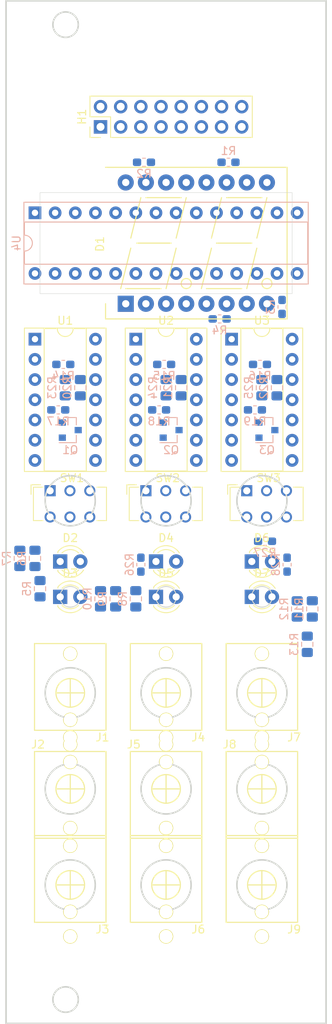
<source format=kicad_pcb>
(kicad_pcb (version 20171130) (host pcbnew "(5.1.2)-1")

  (general
    (thickness 1.6)
    (drawings 25)
    (tracks 0)
    (zones 0)
    (modules 55)
    (nets 87)
  )

  (page A4)
  (layers
    (0 F.Cu signal)
    (31 B.Cu signal)
    (32 B.Adhes user)
    (33 F.Adhes user)
    (34 B.Paste user)
    (35 F.Paste user)
    (36 B.SilkS user)
    (37 F.SilkS user)
    (38 B.Mask user)
    (39 F.Mask user)
    (40 Dwgs.User user)
    (41 Cmts.User user)
    (42 Eco1.User user)
    (43 Eco2.User user)
    (44 Edge.Cuts user)
    (45 Margin user)
    (46 B.CrtYd user)
    (47 F.CrtYd user)
    (48 B.Fab user)
    (49 F.Fab user)
  )

  (setup
    (last_trace_width 0.25)
    (trace_clearance 0.2)
    (zone_clearance 0.508)
    (zone_45_only no)
    (trace_min 0.2)
    (via_size 0.8)
    (via_drill 0.4)
    (via_min_size 0.4)
    (via_min_drill 0.3)
    (uvia_size 0.3)
    (uvia_drill 0.1)
    (uvias_allowed no)
    (uvia_min_size 0.2)
    (uvia_min_drill 0.1)
    (edge_width 0.05)
    (segment_width 0.2)
    (pcb_text_width 0.3)
    (pcb_text_size 1.5 1.5)
    (mod_edge_width 0.12)
    (mod_text_size 1 1)
    (mod_text_width 0.15)
    (pad_size 1.524 1.524)
    (pad_drill 0.762)
    (pad_to_mask_clearance 0.051)
    (solder_mask_min_width 0.25)
    (aux_axis_origin 0 0)
    (visible_elements 7FFFFFFF)
    (pcbplotparams
      (layerselection 0x010fc_ffffffff)
      (usegerberextensions false)
      (usegerberattributes false)
      (usegerberadvancedattributes false)
      (creategerberjobfile false)
      (excludeedgelayer true)
      (linewidth 0.100000)
      (plotframeref false)
      (viasonmask false)
      (mode 1)
      (useauxorigin false)
      (hpglpennumber 1)
      (hpglpenspeed 20)
      (hpglpendiameter 15.000000)
      (psnegative false)
      (psa4output false)
      (plotreference true)
      (plotvalue true)
      (plotinvisibletext false)
      (padsonsilk false)
      (subtractmaskfromsilk false)
      (outputformat 1)
      (mirror false)
      (drillshape 1)
      (scaleselection 1)
      (outputdirectory ""))
  )

  (net 0 "")
  (net 1 Lf)
  (net 2 La)
  (net 3 Lb)
  (net 4 Lg)
  (net 5 Lc)
  (net 6 Ld)
  (net 7 Le)
  (net 8 "Net-(D3-Pad2)")
  (net 9 "Net-(D3-Pad1)")
  (net 10 5V)
  (net 11 GND)
  (net 12 SDC)
  (net 13 SDA)
  (net 14 "Net-(H1-Pad10)")
  (net 15 Tr9)
  (net 16 Tr8)
  (net 17 Tr7)
  (net 18 Tr6)
  (net 19 Tr5)
  (net 20 Tr4)
  (net 21 Tr3)
  (net 22 Tr2)
  (net 23 Tr1)
  (net 24 "Net-(J1-Pad3)")
  (net 25 "Net-(J2-Pad3)")
  (net 26 "Net-(J3-Pad3)")
  (net 27 "Net-(J4-Pad3)")
  (net 28 "Net-(J5-Pad3)")
  (net 29 "Net-(J6-Pad3)")
  (net 30 "Net-(J7-Pad3)")
  (net 31 "Net-(J8-Pad3)")
  (net 32 "Net-(J9-Pad3)")
  (net 33 "Net-(R5-Pad1)")
  (net 34 "Net-(R6-Pad1)")
  (net 35 C1)
  (net 36 C2)
  (net 37 C3)
  (net 38 C4)
  (net 39 "Net-(R11-Pad1)")
  (net 40 "Net-(R12-Pad1)")
  (net 41 "Net-(R13-Pad1)")
  (net 42 "Net-(D1-Pad9)")
  (net 43 "Net-(D1-Pad12)")
  (net 44 "Net-(D1-Pad8)")
  (net 45 "Net-(D1-Pad6)")
  (net 46 "Net-(D1-Pad3)")
  (net 47 "Net-(D2-Pad2)")
  (net 48 "Net-(D2-Pad1)")
  (net 49 "Net-(D4-Pad2)")
  (net 50 "Net-(D4-Pad1)")
  (net 51 "Net-(D5-Pad2)")
  (net 52 "Net-(D6-Pad2)")
  (net 53 "Net-(D7-Pad2)")
  (net 54 "Net-(J1-Pad2)")
  (net 55 "Net-(J2-Pad2)")
  (net 56 "Net-(J3-Pad2)")
  (net 57 "Net-(J4-Pad2)")
  (net 58 "Net-(J5-Pad2)")
  (net 59 "Net-(J6-Pad2)")
  (net 60 "Net-(J7-Pad2)")
  (net 61 "Net-(J8-Pad2)")
  (net 62 "Net-(J9-Pad2)")
  (net 63 "Net-(Q1-Pad3)")
  (net 64 "Net-(Q1-Pad2)")
  (net 65 sw1)
  (net 66 "Net-(Q2-Pad3)")
  (net 67 "Net-(Q2-Pad2)")
  (net 68 sw2)
  (net 69 "Net-(Q3-Pad3)")
  (net 70 "Net-(Q3-Pad2)")
  (net 71 sw3)
  (net 72 "Net-(R7-Pad1)")
  (net 73 "Net-(R8-Pad1)")
  (net 74 "Net-(R9-Pad1)")
  (net 75 "Net-(R10-Pad1)")
  (net 76 "Net-(U4-Pad26)")
  (net 77 "Net-(U4-Pad25)")
  (net 78 "Net-(U4-Pad24)")
  (net 79 "Net-(U4-Pad10)")
  (net 80 "Net-(U4-Pad23)")
  (net 81 "Net-(U4-Pad9)")
  (net 82 "Net-(U4-Pad21)")
  (net 83 "Net-(U4-Pad19)")
  (net 84 "Net-(U4-Pad3)")
  (net 85 "Net-(U4-Pad2)")
  (net 86 "Net-(U4-Pad1)")

  (net_class Default "This is the default net class."
    (clearance 0.2)
    (trace_width 0.25)
    (via_dia 0.8)
    (via_drill 0.4)
    (uvia_dia 0.3)
    (uvia_drill 0.1)
    (add_net 5V)
    (add_net C1)
    (add_net C2)
    (add_net C3)
    (add_net C4)
    (add_net GND)
    (add_net La)
    (add_net Lb)
    (add_net Lc)
    (add_net Ld)
    (add_net Le)
    (add_net Lf)
    (add_net Lg)
    (add_net "Net-(D1-Pad12)")
    (add_net "Net-(D1-Pad3)")
    (add_net "Net-(D1-Pad6)")
    (add_net "Net-(D1-Pad8)")
    (add_net "Net-(D1-Pad9)")
    (add_net "Net-(D2-Pad1)")
    (add_net "Net-(D2-Pad2)")
    (add_net "Net-(D3-Pad1)")
    (add_net "Net-(D3-Pad2)")
    (add_net "Net-(D4-Pad1)")
    (add_net "Net-(D4-Pad2)")
    (add_net "Net-(D5-Pad2)")
    (add_net "Net-(D6-Pad2)")
    (add_net "Net-(D7-Pad2)")
    (add_net "Net-(H1-Pad10)")
    (add_net "Net-(J1-Pad2)")
    (add_net "Net-(J1-Pad3)")
    (add_net "Net-(J2-Pad2)")
    (add_net "Net-(J2-Pad3)")
    (add_net "Net-(J3-Pad2)")
    (add_net "Net-(J3-Pad3)")
    (add_net "Net-(J4-Pad2)")
    (add_net "Net-(J4-Pad3)")
    (add_net "Net-(J5-Pad2)")
    (add_net "Net-(J5-Pad3)")
    (add_net "Net-(J6-Pad2)")
    (add_net "Net-(J6-Pad3)")
    (add_net "Net-(J7-Pad2)")
    (add_net "Net-(J7-Pad3)")
    (add_net "Net-(J8-Pad2)")
    (add_net "Net-(J8-Pad3)")
    (add_net "Net-(J9-Pad2)")
    (add_net "Net-(J9-Pad3)")
    (add_net "Net-(Q1-Pad2)")
    (add_net "Net-(Q1-Pad3)")
    (add_net "Net-(Q2-Pad2)")
    (add_net "Net-(Q2-Pad3)")
    (add_net "Net-(Q3-Pad2)")
    (add_net "Net-(Q3-Pad3)")
    (add_net "Net-(R10-Pad1)")
    (add_net "Net-(R11-Pad1)")
    (add_net "Net-(R12-Pad1)")
    (add_net "Net-(R13-Pad1)")
    (add_net "Net-(R5-Pad1)")
    (add_net "Net-(R6-Pad1)")
    (add_net "Net-(R7-Pad1)")
    (add_net "Net-(R8-Pad1)")
    (add_net "Net-(R9-Pad1)")
    (add_net "Net-(U4-Pad1)")
    (add_net "Net-(U4-Pad10)")
    (add_net "Net-(U4-Pad19)")
    (add_net "Net-(U4-Pad2)")
    (add_net "Net-(U4-Pad21)")
    (add_net "Net-(U4-Pad23)")
    (add_net "Net-(U4-Pad24)")
    (add_net "Net-(U4-Pad25)")
    (add_net "Net-(U4-Pad26)")
    (add_net "Net-(U4-Pad3)")
    (add_net "Net-(U4-Pad9)")
    (add_net SDA)
    (add_net SDC)
    (add_net Tr1)
    (add_net Tr2)
    (add_net Tr3)
    (add_net Tr4)
    (add_net Tr5)
    (add_net Tr6)
    (add_net Tr7)
    (add_net Tr8)
    (add_net Tr9)
    (add_net sw1)
    (add_net sw2)
    (add_net sw3)
  )

  (module Package_DIP:DIP-14_W7.62mm_Socket (layer F.Cu) (tedit 5A02E8C5) (tstamp 5CD39BD0)
    (at 71.755 70.485)
    (descr "14-lead though-hole mounted DIP package, row spacing 7.62 mm (300 mils), Socket")
    (tags "THT DIP DIL PDIP 2.54mm 7.62mm 300mil Socket")
    (path /5D713256)
    (fp_text reference U3 (at 3.81 -2.33) (layer F.SilkS)
      (effects (font (size 1 1) (thickness 0.15)))
    )
    (fp_text value TL074 (at 3.81 17.57) (layer F.Fab)
      (effects (font (size 1 1) (thickness 0.15)))
    )
    (fp_text user %R (at 3.81 7.62) (layer F.Fab)
      (effects (font (size 1 1) (thickness 0.15)))
    )
    (fp_line (start 9.15 -1.6) (end -1.55 -1.6) (layer F.CrtYd) (width 0.05))
    (fp_line (start 9.15 16.85) (end 9.15 -1.6) (layer F.CrtYd) (width 0.05))
    (fp_line (start -1.55 16.85) (end 9.15 16.85) (layer F.CrtYd) (width 0.05))
    (fp_line (start -1.55 -1.6) (end -1.55 16.85) (layer F.CrtYd) (width 0.05))
    (fp_line (start 8.95 -1.39) (end -1.33 -1.39) (layer F.SilkS) (width 0.12))
    (fp_line (start 8.95 16.63) (end 8.95 -1.39) (layer F.SilkS) (width 0.12))
    (fp_line (start -1.33 16.63) (end 8.95 16.63) (layer F.SilkS) (width 0.12))
    (fp_line (start -1.33 -1.39) (end -1.33 16.63) (layer F.SilkS) (width 0.12))
    (fp_line (start 6.46 -1.33) (end 4.81 -1.33) (layer F.SilkS) (width 0.12))
    (fp_line (start 6.46 16.57) (end 6.46 -1.33) (layer F.SilkS) (width 0.12))
    (fp_line (start 1.16 16.57) (end 6.46 16.57) (layer F.SilkS) (width 0.12))
    (fp_line (start 1.16 -1.33) (end 1.16 16.57) (layer F.SilkS) (width 0.12))
    (fp_line (start 2.81 -1.33) (end 1.16 -1.33) (layer F.SilkS) (width 0.12))
    (fp_line (start 8.89 -1.33) (end -1.27 -1.33) (layer F.Fab) (width 0.1))
    (fp_line (start 8.89 16.57) (end 8.89 -1.33) (layer F.Fab) (width 0.1))
    (fp_line (start -1.27 16.57) (end 8.89 16.57) (layer F.Fab) (width 0.1))
    (fp_line (start -1.27 -1.33) (end -1.27 16.57) (layer F.Fab) (width 0.1))
    (fp_line (start 0.635 -0.27) (end 1.635 -1.27) (layer F.Fab) (width 0.1))
    (fp_line (start 0.635 16.51) (end 0.635 -0.27) (layer F.Fab) (width 0.1))
    (fp_line (start 6.985 16.51) (end 0.635 16.51) (layer F.Fab) (width 0.1))
    (fp_line (start 6.985 -1.27) (end 6.985 16.51) (layer F.Fab) (width 0.1))
    (fp_line (start 1.635 -1.27) (end 6.985 -1.27) (layer F.Fab) (width 0.1))
    (fp_arc (start 3.81 -1.33) (end 2.81 -1.33) (angle -180) (layer F.SilkS) (width 0.12))
    (pad 14 thru_hole oval (at 7.62 0) (size 1.6 1.6) (drill 0.8) (layers *.Cu *.Mask)
      (net 41 "Net-(R13-Pad1)"))
    (pad 7 thru_hole oval (at 0 15.24) (size 1.6 1.6) (drill 0.8) (layers *.Cu *.Mask)
      (net 39 "Net-(R11-Pad1)"))
    (pad 13 thru_hole oval (at 7.62 2.54) (size 1.6 1.6) (drill 0.8) (layers *.Cu *.Mask)
      (net 41 "Net-(R13-Pad1)"))
    (pad 6 thru_hole oval (at 0 12.7) (size 1.6 1.6) (drill 0.8) (layers *.Cu *.Mask)
      (net 39 "Net-(R11-Pad1)"))
    (pad 12 thru_hole oval (at 7.62 5.08) (size 1.6 1.6) (drill 0.8) (layers *.Cu *.Mask)
      (net 69 "Net-(Q3-Pad3)"))
    (pad 5 thru_hole oval (at 0 10.16) (size 1.6 1.6) (drill 0.8) (layers *.Cu *.Mask)
      (net 69 "Net-(Q3-Pad3)"))
    (pad 11 thru_hole oval (at 7.62 7.62) (size 1.6 1.6) (drill 0.8) (layers *.Cu *.Mask)
      (net 11 GND))
    (pad 4 thru_hole oval (at 0 7.62) (size 1.6 1.6) (drill 0.8) (layers *.Cu *.Mask)
      (net 10 5V))
    (pad 10 thru_hole oval (at 7.62 10.16) (size 1.6 1.6) (drill 0.8) (layers *.Cu *.Mask)
      (net 69 "Net-(Q3-Pad3)"))
    (pad 3 thru_hole oval (at 0 5.08) (size 1.6 1.6) (drill 0.8) (layers *.Cu *.Mask)
      (net 69 "Net-(Q3-Pad3)"))
    (pad 9 thru_hole oval (at 7.62 12.7) (size 1.6 1.6) (drill 0.8) (layers *.Cu *.Mask)
      (net 40 "Net-(R12-Pad1)"))
    (pad 2 thru_hole oval (at 0 2.54) (size 1.6 1.6) (drill 0.8) (layers *.Cu *.Mask)
      (net 50 "Net-(D4-Pad1)"))
    (pad 8 thru_hole oval (at 7.62 15.24) (size 1.6 1.6) (drill 0.8) (layers *.Cu *.Mask)
      (net 40 "Net-(R12-Pad1)"))
    (pad 1 thru_hole rect (at 0 0) (size 1.6 1.6) (drill 0.8) (layers *.Cu *.Mask)
      (net 49 "Net-(D4-Pad2)"))
    (model ${KISYS3DMOD}/Package_DIP.3dshapes/DIP-14_W7.62mm_Socket.wrl
      (at (xyz 0 0 0))
      (scale (xyz 1 1 1))
      (rotate (xyz 0 0 0))
    )
  )

  (module Package_DIP:DIP-14_W7.62mm_Socket (layer F.Cu) (tedit 5A02E8C5) (tstamp 5CD39BA6)
    (at 59.69 70.485)
    (descr "14-lead though-hole mounted DIP package, row spacing 7.62 mm (300 mils), Socket")
    (tags "THT DIP DIL PDIP 2.54mm 7.62mm 300mil Socket")
    (path /5D713255)
    (fp_text reference U2 (at 3.81 -2.33) (layer F.SilkS)
      (effects (font (size 1 1) (thickness 0.15)))
    )
    (fp_text value TL074 (at 3.81 17.57) (layer F.Fab)
      (effects (font (size 1 1) (thickness 0.15)))
    )
    (fp_text user %R (at 3.81 7.62) (layer F.Fab)
      (effects (font (size 1 1) (thickness 0.15)))
    )
    (fp_line (start 9.15 -1.6) (end -1.55 -1.6) (layer F.CrtYd) (width 0.05))
    (fp_line (start 9.15 16.85) (end 9.15 -1.6) (layer F.CrtYd) (width 0.05))
    (fp_line (start -1.55 16.85) (end 9.15 16.85) (layer F.CrtYd) (width 0.05))
    (fp_line (start -1.55 -1.6) (end -1.55 16.85) (layer F.CrtYd) (width 0.05))
    (fp_line (start 8.95 -1.39) (end -1.33 -1.39) (layer F.SilkS) (width 0.12))
    (fp_line (start 8.95 16.63) (end 8.95 -1.39) (layer F.SilkS) (width 0.12))
    (fp_line (start -1.33 16.63) (end 8.95 16.63) (layer F.SilkS) (width 0.12))
    (fp_line (start -1.33 -1.39) (end -1.33 16.63) (layer F.SilkS) (width 0.12))
    (fp_line (start 6.46 -1.33) (end 4.81 -1.33) (layer F.SilkS) (width 0.12))
    (fp_line (start 6.46 16.57) (end 6.46 -1.33) (layer F.SilkS) (width 0.12))
    (fp_line (start 1.16 16.57) (end 6.46 16.57) (layer F.SilkS) (width 0.12))
    (fp_line (start 1.16 -1.33) (end 1.16 16.57) (layer F.SilkS) (width 0.12))
    (fp_line (start 2.81 -1.33) (end 1.16 -1.33) (layer F.SilkS) (width 0.12))
    (fp_line (start 8.89 -1.33) (end -1.27 -1.33) (layer F.Fab) (width 0.1))
    (fp_line (start 8.89 16.57) (end 8.89 -1.33) (layer F.Fab) (width 0.1))
    (fp_line (start -1.27 16.57) (end 8.89 16.57) (layer F.Fab) (width 0.1))
    (fp_line (start -1.27 -1.33) (end -1.27 16.57) (layer F.Fab) (width 0.1))
    (fp_line (start 0.635 -0.27) (end 1.635 -1.27) (layer F.Fab) (width 0.1))
    (fp_line (start 0.635 16.51) (end 0.635 -0.27) (layer F.Fab) (width 0.1))
    (fp_line (start 6.985 16.51) (end 0.635 16.51) (layer F.Fab) (width 0.1))
    (fp_line (start 6.985 -1.27) (end 6.985 16.51) (layer F.Fab) (width 0.1))
    (fp_line (start 1.635 -1.27) (end 6.985 -1.27) (layer F.Fab) (width 0.1))
    (fp_arc (start 3.81 -1.33) (end 2.81 -1.33) (angle -180) (layer F.SilkS) (width 0.12))
    (pad 14 thru_hole oval (at 7.62 0) (size 1.6 1.6) (drill 0.8) (layers *.Cu *.Mask)
      (net 75 "Net-(R10-Pad1)"))
    (pad 7 thru_hole oval (at 0 15.24) (size 1.6 1.6) (drill 0.8) (layers *.Cu *.Mask)
      (net 73 "Net-(R8-Pad1)"))
    (pad 13 thru_hole oval (at 7.62 2.54) (size 1.6 1.6) (drill 0.8) (layers *.Cu *.Mask)
      (net 75 "Net-(R10-Pad1)"))
    (pad 6 thru_hole oval (at 0 12.7) (size 1.6 1.6) (drill 0.8) (layers *.Cu *.Mask)
      (net 73 "Net-(R8-Pad1)"))
    (pad 12 thru_hole oval (at 7.62 5.08) (size 1.6 1.6) (drill 0.8) (layers *.Cu *.Mask)
      (net 66 "Net-(Q2-Pad3)"))
    (pad 5 thru_hole oval (at 0 10.16) (size 1.6 1.6) (drill 0.8) (layers *.Cu *.Mask)
      (net 66 "Net-(Q2-Pad3)"))
    (pad 11 thru_hole oval (at 7.62 7.62) (size 1.6 1.6) (drill 0.8) (layers *.Cu *.Mask)
      (net 11 GND))
    (pad 4 thru_hole oval (at 0 7.62) (size 1.6 1.6) (drill 0.8) (layers *.Cu *.Mask)
      (net 10 5V))
    (pad 10 thru_hole oval (at 7.62 10.16) (size 1.6 1.6) (drill 0.8) (layers *.Cu *.Mask)
      (net 66 "Net-(Q2-Pad3)"))
    (pad 3 thru_hole oval (at 0 5.08) (size 1.6 1.6) (drill 0.8) (layers *.Cu *.Mask)
      (net 66 "Net-(Q2-Pad3)"))
    (pad 9 thru_hole oval (at 7.62 12.7) (size 1.6 1.6) (drill 0.8) (layers *.Cu *.Mask)
      (net 74 "Net-(R9-Pad1)"))
    (pad 2 thru_hole oval (at 0 2.54) (size 1.6 1.6) (drill 0.8) (layers *.Cu *.Mask)
      (net 9 "Net-(D3-Pad1)"))
    (pad 8 thru_hole oval (at 7.62 15.24) (size 1.6 1.6) (drill 0.8) (layers *.Cu *.Mask)
      (net 74 "Net-(R9-Pad1)"))
    (pad 1 thru_hole rect (at 0 0) (size 1.6 1.6) (drill 0.8) (layers *.Cu *.Mask)
      (net 8 "Net-(D3-Pad2)"))
    (model ${KISYS3DMOD}/Package_DIP.3dshapes/DIP-14_W7.62mm_Socket.wrl
      (at (xyz 0 0 0))
      (scale (xyz 1 1 1))
      (rotate (xyz 0 0 0))
    )
  )

  (module Package_DIP:DIP-14_W7.62mm_Socket (layer F.Cu) (tedit 5A02E8C5) (tstamp 5CD39B7C)
    (at 46.99 70.485)
    (descr "14-lead though-hole mounted DIP package, row spacing 7.62 mm (300 mils), Socket")
    (tags "THT DIP DIL PDIP 2.54mm 7.62mm 300mil Socket")
    (path /5D71325C)
    (fp_text reference U1 (at 3.81 -2.33) (layer F.SilkS)
      (effects (font (size 1 1) (thickness 0.15)))
    )
    (fp_text value TL074 (at 3.81 17.57) (layer F.Fab)
      (effects (font (size 1 1) (thickness 0.15)))
    )
    (fp_text user %R (at 3.81 7.62) (layer F.Fab)
      (effects (font (size 1 1) (thickness 0.15)))
    )
    (fp_line (start 9.15 -1.6) (end -1.55 -1.6) (layer F.CrtYd) (width 0.05))
    (fp_line (start 9.15 16.85) (end 9.15 -1.6) (layer F.CrtYd) (width 0.05))
    (fp_line (start -1.55 16.85) (end 9.15 16.85) (layer F.CrtYd) (width 0.05))
    (fp_line (start -1.55 -1.6) (end -1.55 16.85) (layer F.CrtYd) (width 0.05))
    (fp_line (start 8.95 -1.39) (end -1.33 -1.39) (layer F.SilkS) (width 0.12))
    (fp_line (start 8.95 16.63) (end 8.95 -1.39) (layer F.SilkS) (width 0.12))
    (fp_line (start -1.33 16.63) (end 8.95 16.63) (layer F.SilkS) (width 0.12))
    (fp_line (start -1.33 -1.39) (end -1.33 16.63) (layer F.SilkS) (width 0.12))
    (fp_line (start 6.46 -1.33) (end 4.81 -1.33) (layer F.SilkS) (width 0.12))
    (fp_line (start 6.46 16.57) (end 6.46 -1.33) (layer F.SilkS) (width 0.12))
    (fp_line (start 1.16 16.57) (end 6.46 16.57) (layer F.SilkS) (width 0.12))
    (fp_line (start 1.16 -1.33) (end 1.16 16.57) (layer F.SilkS) (width 0.12))
    (fp_line (start 2.81 -1.33) (end 1.16 -1.33) (layer F.SilkS) (width 0.12))
    (fp_line (start 8.89 -1.33) (end -1.27 -1.33) (layer F.Fab) (width 0.1))
    (fp_line (start 8.89 16.57) (end 8.89 -1.33) (layer F.Fab) (width 0.1))
    (fp_line (start -1.27 16.57) (end 8.89 16.57) (layer F.Fab) (width 0.1))
    (fp_line (start -1.27 -1.33) (end -1.27 16.57) (layer F.Fab) (width 0.1))
    (fp_line (start 0.635 -0.27) (end 1.635 -1.27) (layer F.Fab) (width 0.1))
    (fp_line (start 0.635 16.51) (end 0.635 -0.27) (layer F.Fab) (width 0.1))
    (fp_line (start 6.985 16.51) (end 0.635 16.51) (layer F.Fab) (width 0.1))
    (fp_line (start 6.985 -1.27) (end 6.985 16.51) (layer F.Fab) (width 0.1))
    (fp_line (start 1.635 -1.27) (end 6.985 -1.27) (layer F.Fab) (width 0.1))
    (fp_arc (start 3.81 -1.33) (end 2.81 -1.33) (angle -180) (layer F.SilkS) (width 0.12))
    (pad 14 thru_hole oval (at 7.62 0) (size 1.6 1.6) (drill 0.8) (layers *.Cu *.Mask)
      (net 72 "Net-(R7-Pad1)"))
    (pad 7 thru_hole oval (at 0 15.24) (size 1.6 1.6) (drill 0.8) (layers *.Cu *.Mask)
      (net 33 "Net-(R5-Pad1)"))
    (pad 13 thru_hole oval (at 7.62 2.54) (size 1.6 1.6) (drill 0.8) (layers *.Cu *.Mask)
      (net 72 "Net-(R7-Pad1)"))
    (pad 6 thru_hole oval (at 0 12.7) (size 1.6 1.6) (drill 0.8) (layers *.Cu *.Mask)
      (net 33 "Net-(R5-Pad1)"))
    (pad 12 thru_hole oval (at 7.62 5.08) (size 1.6 1.6) (drill 0.8) (layers *.Cu *.Mask)
      (net 63 "Net-(Q1-Pad3)"))
    (pad 5 thru_hole oval (at 0 10.16) (size 1.6 1.6) (drill 0.8) (layers *.Cu *.Mask)
      (net 63 "Net-(Q1-Pad3)"))
    (pad 11 thru_hole oval (at 7.62 7.62) (size 1.6 1.6) (drill 0.8) (layers *.Cu *.Mask)
      (net 11 GND))
    (pad 4 thru_hole oval (at 0 7.62) (size 1.6 1.6) (drill 0.8) (layers *.Cu *.Mask)
      (net 10 5V))
    (pad 10 thru_hole oval (at 7.62 10.16) (size 1.6 1.6) (drill 0.8) (layers *.Cu *.Mask)
      (net 63 "Net-(Q1-Pad3)"))
    (pad 3 thru_hole oval (at 0 5.08) (size 1.6 1.6) (drill 0.8) (layers *.Cu *.Mask)
      (net 63 "Net-(Q1-Pad3)"))
    (pad 9 thru_hole oval (at 7.62 12.7) (size 1.6 1.6) (drill 0.8) (layers *.Cu *.Mask)
      (net 34 "Net-(R6-Pad1)"))
    (pad 2 thru_hole oval (at 0 2.54) (size 1.6 1.6) (drill 0.8) (layers *.Cu *.Mask)
      (net 48 "Net-(D2-Pad1)"))
    (pad 8 thru_hole oval (at 7.62 15.24) (size 1.6 1.6) (drill 0.8) (layers *.Cu *.Mask)
      (net 34 "Net-(R6-Pad1)"))
    (pad 1 thru_hole rect (at 0 0) (size 1.6 1.6) (drill 0.8) (layers *.Cu *.Mask)
      (net 47 "Net-(D2-Pad2)"))
    (model ${KISYS3DMOD}/Package_DIP.3dshapes/DIP-14_W7.62mm_Socket.wrl
      (at (xyz 0 0 0))
      (scale (xyz 1 1 1))
      (rotate (xyz 0 0 0))
    )
  )

  (module Button_Switch_THT:SW_CuK_JS202011CQN_DPDT_Straight (layer F.Cu) (tedit 5A02FE31) (tstamp 5CD39B52)
    (at 73.66 89.535)
    (descr "CuK sub miniature slide switch, JS series, DPDT, right angle, http://www.ckswitches.com/media/1422/js.pdf")
    (tags "switch DPDT")
    (path /5D5F00FB)
    (fp_text reference SW3 (at 2.75 -1.6) (layer F.SilkS)
      (effects (font (size 1 1) (thickness 0.15)))
    )
    (fp_text value SW_SP3T (at 3 5) (layer F.Fab)
      (effects (font (size 1 1) (thickness 0.15)))
    )
    (fp_line (start -1 -0.35) (end 7 -0.35) (layer F.Fab) (width 0.1))
    (fp_line (start 7 -0.35) (end 7 3.65) (layer F.Fab) (width 0.1))
    (fp_line (start 7 3.65) (end -2 3.65) (layer F.Fab) (width 0.1))
    (fp_line (start -2 3.65) (end -2 0.65) (layer F.Fab) (width 0.1))
    (fp_text user %R (at 2 1.65) (layer F.Fab)
      (effects (font (size 1 1) (thickness 0.15)))
    )
    (fp_line (start -0.9 -0.45) (end -2.1 -0.45) (layer F.SilkS) (width 0.12))
    (fp_line (start -2.1 -0.45) (end -2.1 3.75) (layer F.SilkS) (width 0.12))
    (fp_line (start -2.1 3.75) (end -0.9 3.75) (layer F.SilkS) (width 0.12))
    (fp_line (start 5.9 -0.45) (end 7.1 -0.45) (layer F.SilkS) (width 0.12))
    (fp_line (start 7.1 -0.45) (end 7.1 3.75) (layer F.SilkS) (width 0.12))
    (fp_line (start 7.1 3.75) (end 5.9 3.75) (layer F.SilkS) (width 0.12))
    (fp_line (start -1.2 -0.75) (end -2.4 -0.75) (layer F.SilkS) (width 0.12))
    (fp_line (start -2.4 -0.75) (end -2.4 0.45) (layer F.SilkS) (width 0.12))
    (fp_line (start -2.25 -0.95) (end 7.25 -0.95) (layer F.CrtYd) (width 0.05))
    (fp_line (start 7.25 -0.95) (end 7.25 4.25) (layer F.CrtYd) (width 0.05))
    (fp_line (start 7.25 4.25) (end -2.25 4.25) (layer F.CrtYd) (width 0.05))
    (fp_line (start -2.25 4.25) (end -2.25 -0.95) (layer F.CrtYd) (width 0.05))
    (fp_line (start -1 -0.35) (end -2 0.65) (layer F.Fab) (width 0.1))
    (pad 6 thru_hole circle (at 5 3.3) (size 1.4 1.4) (drill 0.9) (layers *.Cu *.Mask))
    (pad 5 thru_hole circle (at 2.5 3.3) (size 1.4 1.4) (drill 0.9) (layers *.Cu *.Mask))
    (pad 4 thru_hole circle (at 0 3.3) (size 1.4 1.4) (drill 0.9) (layers *.Cu *.Mask)
      (net 15 Tr9))
    (pad 3 thru_hole circle (at 5 0) (size 1.4 1.4) (drill 0.9) (layers *.Cu *.Mask)
      (net 71 sw3))
    (pad 2 thru_hole circle (at 2.5 0) (size 1.4 1.4) (drill 0.9) (layers *.Cu *.Mask)
      (net 16 Tr8))
    (pad 1 thru_hole rect (at 0 0) (size 1.4 1.4) (drill 0.9) (layers *.Cu *.Mask)
      (net 17 Tr7))
    (model ${KISYS3DMOD}/Button_Switch_THT.3dshapes/SW_CuK_JS202011CQN_DPDT_Straight.wrl
      (at (xyz 0 0 0))
      (scale (xyz 1 1 1))
      (rotate (xyz 0 0 0))
    )
  )

  (module Button_Switch_THT:SW_CuK_JS202011CQN_DPDT_Straight (layer F.Cu) (tedit 5A02FE31) (tstamp 5CD3AB9F)
    (at 60.96 89.535)
    (descr "CuK sub miniature slide switch, JS series, DPDT, right angle, http://www.ckswitches.com/media/1422/js.pdf")
    (tags "switch DPDT")
    (path /5D5EAE97)
    (fp_text reference SW2 (at 2.75 -1.6) (layer F.SilkS)
      (effects (font (size 1 1) (thickness 0.15)))
    )
    (fp_text value SW_SP3T (at 3 5) (layer F.Fab)
      (effects (font (size 1 1) (thickness 0.15)))
    )
    (fp_line (start -1 -0.35) (end 7 -0.35) (layer F.Fab) (width 0.1))
    (fp_line (start 7 -0.35) (end 7 3.65) (layer F.Fab) (width 0.1))
    (fp_line (start 7 3.65) (end -2 3.65) (layer F.Fab) (width 0.1))
    (fp_line (start -2 3.65) (end -2 0.65) (layer F.Fab) (width 0.1))
    (fp_text user %R (at 2 1.65) (layer F.Fab)
      (effects (font (size 1 1) (thickness 0.15)))
    )
    (fp_line (start -0.9 -0.45) (end -2.1 -0.45) (layer F.SilkS) (width 0.12))
    (fp_line (start -2.1 -0.45) (end -2.1 3.75) (layer F.SilkS) (width 0.12))
    (fp_line (start -2.1 3.75) (end -0.9 3.75) (layer F.SilkS) (width 0.12))
    (fp_line (start 5.9 -0.45) (end 7.1 -0.45) (layer F.SilkS) (width 0.12))
    (fp_line (start 7.1 -0.45) (end 7.1 3.75) (layer F.SilkS) (width 0.12))
    (fp_line (start 7.1 3.75) (end 5.9 3.75) (layer F.SilkS) (width 0.12))
    (fp_line (start -1.2 -0.75) (end -2.4 -0.75) (layer F.SilkS) (width 0.12))
    (fp_line (start -2.4 -0.75) (end -2.4 0.45) (layer F.SilkS) (width 0.12))
    (fp_line (start -2.25 -0.95) (end 7.25 -0.95) (layer F.CrtYd) (width 0.05))
    (fp_line (start 7.25 -0.95) (end 7.25 4.25) (layer F.CrtYd) (width 0.05))
    (fp_line (start 7.25 4.25) (end -2.25 4.25) (layer F.CrtYd) (width 0.05))
    (fp_line (start -2.25 4.25) (end -2.25 -0.95) (layer F.CrtYd) (width 0.05))
    (fp_line (start -1 -0.35) (end -2 0.65) (layer F.Fab) (width 0.1))
    (pad 6 thru_hole circle (at 5 3.3) (size 1.4 1.4) (drill 0.9) (layers *.Cu *.Mask))
    (pad 5 thru_hole circle (at 2.5 3.3) (size 1.4 1.4) (drill 0.9) (layers *.Cu *.Mask))
    (pad 4 thru_hole circle (at 0 3.3) (size 1.4 1.4) (drill 0.9) (layers *.Cu *.Mask)
      (net 18 Tr6))
    (pad 3 thru_hole circle (at 5 0) (size 1.4 1.4) (drill 0.9) (layers *.Cu *.Mask)
      (net 68 sw2))
    (pad 2 thru_hole circle (at 2.5 0) (size 1.4 1.4) (drill 0.9) (layers *.Cu *.Mask)
      (net 19 Tr5))
    (pad 1 thru_hole rect (at 0 0) (size 1.4 1.4) (drill 0.9) (layers *.Cu *.Mask)
      (net 20 Tr4))
    (model ${KISYS3DMOD}/Button_Switch_THT.3dshapes/SW_CuK_JS202011CQN_DPDT_Straight.wrl
      (at (xyz 0 0 0))
      (scale (xyz 1 1 1))
      (rotate (xyz 0 0 0))
    )
  )

  (module Button_Switch_THT:SW_CuK_JS202011CQN_DPDT_Straight (layer F.Cu) (tedit 5A02FE31) (tstamp 5CD39B1A)
    (at 48.895 89.535)
    (descr "CuK sub miniature slide switch, JS series, DPDT, right angle, http://www.ckswitches.com/media/1422/js.pdf")
    (tags "switch DPDT")
    (path /5D5F19B9)
    (fp_text reference SW1 (at 2.75 -1.6) (layer F.SilkS)
      (effects (font (size 1 1) (thickness 0.15)))
    )
    (fp_text value SW_SP3T (at 3 5) (layer F.Fab)
      (effects (font (size 1 1) (thickness 0.15)))
    )
    (fp_line (start -1 -0.35) (end 7 -0.35) (layer F.Fab) (width 0.1))
    (fp_line (start 7 -0.35) (end 7 3.65) (layer F.Fab) (width 0.1))
    (fp_line (start 7 3.65) (end -2 3.65) (layer F.Fab) (width 0.1))
    (fp_line (start -2 3.65) (end -2 0.65) (layer F.Fab) (width 0.1))
    (fp_text user %R (at 2 1.65) (layer F.Fab)
      (effects (font (size 1 1) (thickness 0.15)))
    )
    (fp_line (start -0.9 -0.45) (end -2.1 -0.45) (layer F.SilkS) (width 0.12))
    (fp_line (start -2.1 -0.45) (end -2.1 3.75) (layer F.SilkS) (width 0.12))
    (fp_line (start -2.1 3.75) (end -0.9 3.75) (layer F.SilkS) (width 0.12))
    (fp_line (start 5.9 -0.45) (end 7.1 -0.45) (layer F.SilkS) (width 0.12))
    (fp_line (start 7.1 -0.45) (end 7.1 3.75) (layer F.SilkS) (width 0.12))
    (fp_line (start 7.1 3.75) (end 5.9 3.75) (layer F.SilkS) (width 0.12))
    (fp_line (start -1.2 -0.75) (end -2.4 -0.75) (layer F.SilkS) (width 0.12))
    (fp_line (start -2.4 -0.75) (end -2.4 0.45) (layer F.SilkS) (width 0.12))
    (fp_line (start -2.25 -0.95) (end 7.25 -0.95) (layer F.CrtYd) (width 0.05))
    (fp_line (start 7.25 -0.95) (end 7.25 4.25) (layer F.CrtYd) (width 0.05))
    (fp_line (start 7.25 4.25) (end -2.25 4.25) (layer F.CrtYd) (width 0.05))
    (fp_line (start -2.25 4.25) (end -2.25 -0.95) (layer F.CrtYd) (width 0.05))
    (fp_line (start -1 -0.35) (end -2 0.65) (layer F.Fab) (width 0.1))
    (pad 6 thru_hole circle (at 5 3.3) (size 1.4 1.4) (drill 0.9) (layers *.Cu *.Mask))
    (pad 5 thru_hole circle (at 2.5 3.3) (size 1.4 1.4) (drill 0.9) (layers *.Cu *.Mask))
    (pad 4 thru_hole circle (at 0 3.3) (size 1.4 1.4) (drill 0.9) (layers *.Cu *.Mask)
      (net 21 Tr3))
    (pad 3 thru_hole circle (at 5 0) (size 1.4 1.4) (drill 0.9) (layers *.Cu *.Mask)
      (net 65 sw1))
    (pad 2 thru_hole circle (at 2.5 0) (size 1.4 1.4) (drill 0.9) (layers *.Cu *.Mask)
      (net 22 Tr2))
    (pad 1 thru_hole rect (at 0 0) (size 1.4 1.4) (drill 0.9) (layers *.Cu *.Mask)
      (net 23 Tr1))
    (model ${KISYS3DMOD}/Button_Switch_THT.3dshapes/SW_CuK_JS202011CQN_DPDT_Straight.wrl
      (at (xyz 0 0 0))
      (scale (xyz 1 1 1))
      (rotate (xyz 0 0 0))
    )
  )

  (module Resistor_SMD:R_0603_1608Metric_Pad1.05x0.95mm_HandSolder (layer B.Cu) (tedit 5B301BBD) (tstamp 5CD39AFE)
    (at 78.74 98.82 270)
    (descr "Resistor SMD 0603 (1608 Metric), square (rectangular) end terminal, IPC_7351 nominal with elongated pad for handsoldering. (Body size source: http://www.tortai-tech.com/upload/download/2011102023233369053.pdf), generated with kicad-footprint-generator")
    (tags "resistor handsolder")
    (path /5DC42029)
    (attr smd)
    (fp_text reference R28 (at 0 1.43 90) (layer B.SilkS)
      (effects (font (size 1 1) (thickness 0.15)) (justify mirror))
    )
    (fp_text value 200 (at 0 -1.43 90) (layer B.Fab)
      (effects (font (size 1 1) (thickness 0.15)) (justify mirror))
    )
    (fp_text user %R (at 0 0 90) (layer B.Fab)
      (effects (font (size 0.4 0.4) (thickness 0.06)) (justify mirror))
    )
    (fp_line (start 1.65 -0.73) (end -1.65 -0.73) (layer B.CrtYd) (width 0.05))
    (fp_line (start 1.65 0.73) (end 1.65 -0.73) (layer B.CrtYd) (width 0.05))
    (fp_line (start -1.65 0.73) (end 1.65 0.73) (layer B.CrtYd) (width 0.05))
    (fp_line (start -1.65 -0.73) (end -1.65 0.73) (layer B.CrtYd) (width 0.05))
    (fp_line (start -0.171267 -0.51) (end 0.171267 -0.51) (layer B.SilkS) (width 0.12))
    (fp_line (start -0.171267 0.51) (end 0.171267 0.51) (layer B.SilkS) (width 0.12))
    (fp_line (start 0.8 -0.4) (end -0.8 -0.4) (layer B.Fab) (width 0.1))
    (fp_line (start 0.8 0.4) (end 0.8 -0.4) (layer B.Fab) (width 0.1))
    (fp_line (start -0.8 0.4) (end 0.8 0.4) (layer B.Fab) (width 0.1))
    (fp_line (start -0.8 -0.4) (end -0.8 0.4) (layer B.Fab) (width 0.1))
    (pad 2 smd roundrect (at 0.875 0 270) (size 1.05 0.95) (layers B.Cu B.Paste B.Mask) (roundrect_rratio 0.25)
      (net 53 "Net-(D7-Pad2)"))
    (pad 1 smd roundrect (at -0.875 0 270) (size 1.05 0.95) (layers B.Cu B.Paste B.Mask) (roundrect_rratio 0.25)
      (net 71 sw3))
    (model ${KISYS3DMOD}/Resistor_SMD.3dshapes/R_0603_1608Metric.wrl
      (at (xyz 0 0 0))
      (scale (xyz 1 1 1))
      (rotate (xyz 0 0 0))
    )
  )

  (module Resistor_SMD:R_0603_1608Metric_Pad1.05x0.95mm_HandSolder (layer B.Cu) (tedit 5B301BBD) (tstamp 5CD39AED)
    (at 75.96 95.885)
    (descr "Resistor SMD 0603 (1608 Metric), square (rectangular) end terminal, IPC_7351 nominal with elongated pad for handsoldering. (Body size source: http://www.tortai-tech.com/upload/download/2011102023233369053.pdf), generated with kicad-footprint-generator")
    (tags "resistor handsolder")
    (path /5DC336B7)
    (attr smd)
    (fp_text reference R27 (at 0 1.43) (layer B.SilkS)
      (effects (font (size 1 1) (thickness 0.15)) (justify mirror))
    )
    (fp_text value 200 (at 0 -1.43) (layer B.Fab)
      (effects (font (size 1 1) (thickness 0.15)) (justify mirror))
    )
    (fp_text user %R (at 0 0) (layer B.Fab)
      (effects (font (size 0.4 0.4) (thickness 0.06)) (justify mirror))
    )
    (fp_line (start 1.65 -0.73) (end -1.65 -0.73) (layer B.CrtYd) (width 0.05))
    (fp_line (start 1.65 0.73) (end 1.65 -0.73) (layer B.CrtYd) (width 0.05))
    (fp_line (start -1.65 0.73) (end 1.65 0.73) (layer B.CrtYd) (width 0.05))
    (fp_line (start -1.65 -0.73) (end -1.65 0.73) (layer B.CrtYd) (width 0.05))
    (fp_line (start -0.171267 -0.51) (end 0.171267 -0.51) (layer B.SilkS) (width 0.12))
    (fp_line (start -0.171267 0.51) (end 0.171267 0.51) (layer B.SilkS) (width 0.12))
    (fp_line (start 0.8 -0.4) (end -0.8 -0.4) (layer B.Fab) (width 0.1))
    (fp_line (start 0.8 0.4) (end 0.8 -0.4) (layer B.Fab) (width 0.1))
    (fp_line (start -0.8 0.4) (end 0.8 0.4) (layer B.Fab) (width 0.1))
    (fp_line (start -0.8 -0.4) (end -0.8 0.4) (layer B.Fab) (width 0.1))
    (pad 2 smd roundrect (at 0.875 0) (size 1.05 0.95) (layers B.Cu B.Paste B.Mask) (roundrect_rratio 0.25)
      (net 52 "Net-(D6-Pad2)"))
    (pad 1 smd roundrect (at -0.875 0) (size 1.05 0.95) (layers B.Cu B.Paste B.Mask) (roundrect_rratio 0.25)
      (net 68 sw2))
    (model ${KISYS3DMOD}/Resistor_SMD.3dshapes/R_0603_1608Metric.wrl
      (at (xyz 0 0 0))
      (scale (xyz 1 1 1))
      (rotate (xyz 0 0 0))
    )
  )

  (module Resistor_SMD:R_0603_1608Metric_Pad1.05x0.95mm_HandSolder (layer B.Cu) (tedit 5B301BBD) (tstamp 5CD39ADC)
    (at 60.325 98.82 270)
    (descr "Resistor SMD 0603 (1608 Metric), square (rectangular) end terminal, IPC_7351 nominal with elongated pad for handsoldering. (Body size source: http://www.tortai-tech.com/upload/download/2011102023233369053.pdf), generated with kicad-footprint-generator")
    (tags "resistor handsolder")
    (path /5D3A4E3C)
    (attr smd)
    (fp_text reference R26 (at 0 1.43 270) (layer B.SilkS)
      (effects (font (size 1 1) (thickness 0.15)) (justify mirror))
    )
    (fp_text value 200 (at 0 -1.43 270) (layer B.Fab)
      (effects (font (size 1 1) (thickness 0.15)) (justify mirror))
    )
    (fp_text user %R (at 0 0 270) (layer B.Fab)
      (effects (font (size 0.4 0.4) (thickness 0.06)) (justify mirror))
    )
    (fp_line (start 1.65 -0.73) (end -1.65 -0.73) (layer B.CrtYd) (width 0.05))
    (fp_line (start 1.65 0.73) (end 1.65 -0.73) (layer B.CrtYd) (width 0.05))
    (fp_line (start -1.65 0.73) (end 1.65 0.73) (layer B.CrtYd) (width 0.05))
    (fp_line (start -1.65 -0.73) (end -1.65 0.73) (layer B.CrtYd) (width 0.05))
    (fp_line (start -0.171267 -0.51) (end 0.171267 -0.51) (layer B.SilkS) (width 0.12))
    (fp_line (start -0.171267 0.51) (end 0.171267 0.51) (layer B.SilkS) (width 0.12))
    (fp_line (start 0.8 -0.4) (end -0.8 -0.4) (layer B.Fab) (width 0.1))
    (fp_line (start 0.8 0.4) (end 0.8 -0.4) (layer B.Fab) (width 0.1))
    (fp_line (start -0.8 0.4) (end 0.8 0.4) (layer B.Fab) (width 0.1))
    (fp_line (start -0.8 -0.4) (end -0.8 0.4) (layer B.Fab) (width 0.1))
    (pad 2 smd roundrect (at 0.875 0 270) (size 1.05 0.95) (layers B.Cu B.Paste B.Mask) (roundrect_rratio 0.25)
      (net 51 "Net-(D5-Pad2)"))
    (pad 1 smd roundrect (at -0.875 0 270) (size 1.05 0.95) (layers B.Cu B.Paste B.Mask) (roundrect_rratio 0.25)
      (net 65 sw1))
    (model ${KISYS3DMOD}/Resistor_SMD.3dshapes/R_0603_1608Metric.wrl
      (at (xyz 0 0 0))
      (scale (xyz 1 1 1))
      (rotate (xyz 0 0 0))
    )
  )

  (module Resistor_SMD:R_0805_2012Metric_Pad1.15x1.40mm_HandSolder (layer B.Cu) (tedit 5B36C52B) (tstamp 5CD39ACB)
    (at 75.565 76.59 270)
    (descr "Resistor SMD 0805 (2012 Metric), square (rectangular) end terminal, IPC_7351 nominal with elongated pad for handsoldering. (Body size source: https://docs.google.com/spreadsheets/d/1BsfQQcO9C6DZCsRaXUlFlo91Tg2WpOkGARC1WS5S8t0/edit?usp=sharing), generated with kicad-footprint-generator")
    (tags "resistor handsolder")
    (path /5DC42072)
    (attr smd)
    (fp_text reference R25 (at 0 1.65 90) (layer B.SilkS)
      (effects (font (size 1 1) (thickness 0.15)) (justify mirror))
    )
    (fp_text value 1k (at 0 -1.65 90) (layer B.Fab)
      (effects (font (size 1 1) (thickness 0.15)) (justify mirror))
    )
    (fp_text user %R (at 0 0 90) (layer B.Fab)
      (effects (font (size 0.5 0.5) (thickness 0.08)) (justify mirror))
    )
    (fp_line (start 1.85 -0.95) (end -1.85 -0.95) (layer B.CrtYd) (width 0.05))
    (fp_line (start 1.85 0.95) (end 1.85 -0.95) (layer B.CrtYd) (width 0.05))
    (fp_line (start -1.85 0.95) (end 1.85 0.95) (layer B.CrtYd) (width 0.05))
    (fp_line (start -1.85 -0.95) (end -1.85 0.95) (layer B.CrtYd) (width 0.05))
    (fp_line (start -0.261252 -0.71) (end 0.261252 -0.71) (layer B.SilkS) (width 0.12))
    (fp_line (start -0.261252 0.71) (end 0.261252 0.71) (layer B.SilkS) (width 0.12))
    (fp_line (start 1 -0.6) (end -1 -0.6) (layer B.Fab) (width 0.1))
    (fp_line (start 1 0.6) (end 1 -0.6) (layer B.Fab) (width 0.1))
    (fp_line (start -1 0.6) (end 1 0.6) (layer B.Fab) (width 0.1))
    (fp_line (start -1 -0.6) (end -1 0.6) (layer B.Fab) (width 0.1))
    (pad 2 smd roundrect (at 1.025 0 270) (size 1.15 1.4) (layers B.Cu B.Paste B.Mask) (roundrect_rratio 0.217391)
      (net 11 GND))
    (pad 1 smd roundrect (at -1.025 0 270) (size 1.15 1.4) (layers B.Cu B.Paste B.Mask) (roundrect_rratio 0.217391)
      (net 50 "Net-(D4-Pad1)"))
    (model ${KISYS3DMOD}/Resistor_SMD.3dshapes/R_0805_2012Metric.wrl
      (at (xyz 0 0 0))
      (scale (xyz 1 1 1))
      (rotate (xyz 0 0 0))
    )
  )

  (module Resistor_SMD:R_0805_2012Metric_Pad1.15x1.40mm_HandSolder (layer B.Cu) (tedit 5B36C52B) (tstamp 5CD39ABA)
    (at 63.5 76.59 270)
    (descr "Resistor SMD 0805 (2012 Metric), square (rectangular) end terminal, IPC_7351 nominal with elongated pad for handsoldering. (Body size source: https://docs.google.com/spreadsheets/d/1BsfQQcO9C6DZCsRaXUlFlo91Tg2WpOkGARC1WS5S8t0/edit?usp=sharing), generated with kicad-footprint-generator")
    (tags "resistor handsolder")
    (path /5DC33700)
    (attr smd)
    (fp_text reference R24 (at 0 1.65 90) (layer B.SilkS)
      (effects (font (size 1 1) (thickness 0.15)) (justify mirror))
    )
    (fp_text value 1k (at 0 -1.65 90) (layer B.Fab)
      (effects (font (size 1 1) (thickness 0.15)) (justify mirror))
    )
    (fp_text user %R (at 0 0 90) (layer B.Fab)
      (effects (font (size 0.5 0.5) (thickness 0.08)) (justify mirror))
    )
    (fp_line (start 1.85 -0.95) (end -1.85 -0.95) (layer B.CrtYd) (width 0.05))
    (fp_line (start 1.85 0.95) (end 1.85 -0.95) (layer B.CrtYd) (width 0.05))
    (fp_line (start -1.85 0.95) (end 1.85 0.95) (layer B.CrtYd) (width 0.05))
    (fp_line (start -1.85 -0.95) (end -1.85 0.95) (layer B.CrtYd) (width 0.05))
    (fp_line (start -0.261252 -0.71) (end 0.261252 -0.71) (layer B.SilkS) (width 0.12))
    (fp_line (start -0.261252 0.71) (end 0.261252 0.71) (layer B.SilkS) (width 0.12))
    (fp_line (start 1 -0.6) (end -1 -0.6) (layer B.Fab) (width 0.1))
    (fp_line (start 1 0.6) (end 1 -0.6) (layer B.Fab) (width 0.1))
    (fp_line (start -1 0.6) (end 1 0.6) (layer B.Fab) (width 0.1))
    (fp_line (start -1 -0.6) (end -1 0.6) (layer B.Fab) (width 0.1))
    (pad 2 smd roundrect (at 1.025 0 270) (size 1.15 1.4) (layers B.Cu B.Paste B.Mask) (roundrect_rratio 0.217391)
      (net 11 GND))
    (pad 1 smd roundrect (at -1.025 0 270) (size 1.15 1.4) (layers B.Cu B.Paste B.Mask) (roundrect_rratio 0.217391)
      (net 9 "Net-(D3-Pad1)"))
    (model ${KISYS3DMOD}/Resistor_SMD.3dshapes/R_0805_2012Metric.wrl
      (at (xyz 0 0 0))
      (scale (xyz 1 1 1))
      (rotate (xyz 0 0 0))
    )
  )

  (module Resistor_SMD:R_0805_2012Metric_Pad1.15x1.40mm_HandSolder (layer B.Cu) (tedit 5B36C52B) (tstamp 5CD39A99)
    (at 77.47 76.59 270)
    (descr "Resistor SMD 0805 (2012 Metric), square (rectangular) end terminal, IPC_7351 nominal with elongated pad for handsoldering. (Body size source: https://docs.google.com/spreadsheets/d/1BsfQQcO9C6DZCsRaXUlFlo91Tg2WpOkGARC1WS5S8t0/edit?usp=sharing), generated with kicad-footprint-generator")
    (tags "resistor handsolder")
    (path /5DC42078)
    (attr smd)
    (fp_text reference R22 (at 0 1.65 90) (layer B.SilkS)
      (effects (font (size 1 1) (thickness 0.15)) (justify mirror))
    )
    (fp_text value 10m (at 0 -1.65 90) (layer B.Fab)
      (effects (font (size 1 1) (thickness 0.15)) (justify mirror))
    )
    (fp_text user %R (at 0 0 90) (layer B.Fab)
      (effects (font (size 0.5 0.5) (thickness 0.08)) (justify mirror))
    )
    (fp_line (start 1.85 -0.95) (end -1.85 -0.95) (layer B.CrtYd) (width 0.05))
    (fp_line (start 1.85 0.95) (end 1.85 -0.95) (layer B.CrtYd) (width 0.05))
    (fp_line (start -1.85 0.95) (end 1.85 0.95) (layer B.CrtYd) (width 0.05))
    (fp_line (start -1.85 -0.95) (end -1.85 0.95) (layer B.CrtYd) (width 0.05))
    (fp_line (start -0.261252 -0.71) (end 0.261252 -0.71) (layer B.SilkS) (width 0.12))
    (fp_line (start -0.261252 0.71) (end 0.261252 0.71) (layer B.SilkS) (width 0.12))
    (fp_line (start 1 -0.6) (end -1 -0.6) (layer B.Fab) (width 0.1))
    (fp_line (start 1 0.6) (end 1 -0.6) (layer B.Fab) (width 0.1))
    (fp_line (start -1 0.6) (end 1 0.6) (layer B.Fab) (width 0.1))
    (fp_line (start -1 -0.6) (end -1 0.6) (layer B.Fab) (width 0.1))
    (pad 2 smd roundrect (at 1.025 0 270) (size 1.15 1.4) (layers B.Cu B.Paste B.Mask) (roundrect_rratio 0.217391)
      (net 11 GND))
    (pad 1 smd roundrect (at -1.025 0 270) (size 1.15 1.4) (layers B.Cu B.Paste B.Mask) (roundrect_rratio 0.217391)
      (net 69 "Net-(Q3-Pad3)"))
    (model ${KISYS3DMOD}/Resistor_SMD.3dshapes/R_0805_2012Metric.wrl
      (at (xyz 0 0 0))
      (scale (xyz 1 1 1))
      (rotate (xyz 0 0 0))
    )
  )

  (module Resistor_SMD:R_0805_2012Metric_Pad1.15x1.40mm_HandSolder (layer B.Cu) (tedit 5B36C52B) (tstamp 5CD39A88)
    (at 65.405 76.59 270)
    (descr "Resistor SMD 0805 (2012 Metric), square (rectangular) end terminal, IPC_7351 nominal with elongated pad for handsoldering. (Body size source: https://docs.google.com/spreadsheets/d/1BsfQQcO9C6DZCsRaXUlFlo91Tg2WpOkGARC1WS5S8t0/edit?usp=sharing), generated with kicad-footprint-generator")
    (tags "resistor handsolder")
    (path /5DC33706)
    (attr smd)
    (fp_text reference R21 (at 0 1.65 90) (layer B.SilkS)
      (effects (font (size 1 1) (thickness 0.15)) (justify mirror))
    )
    (fp_text value 10m (at 0 -1.65 90) (layer B.Fab)
      (effects (font (size 1 1) (thickness 0.15)) (justify mirror))
    )
    (fp_text user %R (at 0 0 90) (layer B.Fab)
      (effects (font (size 0.5 0.5) (thickness 0.08)) (justify mirror))
    )
    (fp_line (start 1.85 -0.95) (end -1.85 -0.95) (layer B.CrtYd) (width 0.05))
    (fp_line (start 1.85 0.95) (end 1.85 -0.95) (layer B.CrtYd) (width 0.05))
    (fp_line (start -1.85 0.95) (end 1.85 0.95) (layer B.CrtYd) (width 0.05))
    (fp_line (start -1.85 -0.95) (end -1.85 0.95) (layer B.CrtYd) (width 0.05))
    (fp_line (start -0.261252 -0.71) (end 0.261252 -0.71) (layer B.SilkS) (width 0.12))
    (fp_line (start -0.261252 0.71) (end 0.261252 0.71) (layer B.SilkS) (width 0.12))
    (fp_line (start 1 -0.6) (end -1 -0.6) (layer B.Fab) (width 0.1))
    (fp_line (start 1 0.6) (end 1 -0.6) (layer B.Fab) (width 0.1))
    (fp_line (start -1 0.6) (end 1 0.6) (layer B.Fab) (width 0.1))
    (fp_line (start -1 -0.6) (end -1 0.6) (layer B.Fab) (width 0.1))
    (pad 2 smd roundrect (at 1.025 0 270) (size 1.15 1.4) (layers B.Cu B.Paste B.Mask) (roundrect_rratio 0.217391)
      (net 11 GND))
    (pad 1 smd roundrect (at -1.025 0 270) (size 1.15 1.4) (layers B.Cu B.Paste B.Mask) (roundrect_rratio 0.217391)
      (net 66 "Net-(Q2-Pad3)"))
    (model ${KISYS3DMOD}/Resistor_SMD.3dshapes/R_0805_2012Metric.wrl
      (at (xyz 0 0 0))
      (scale (xyz 1 1 1))
      (rotate (xyz 0 0 0))
    )
  )

  (module Resistor_SMD:R_0603_1608Metric_Pad1.05x0.95mm_HandSolder (layer B.Cu) (tedit 5B301BBD) (tstamp 5CD39A67)
    (at 74.69 79.375)
    (descr "Resistor SMD 0603 (1608 Metric), square (rectangular) end terminal, IPC_7351 nominal with elongated pad for handsoldering. (Body size source: http://www.tortai-tech.com/upload/download/2011102023233369053.pdf), generated with kicad-footprint-generator")
    (tags "resistor handsolder")
    (path /5DC42023)
    (attr smd)
    (fp_text reference R19 (at 0 1.43) (layer B.SilkS)
      (effects (font (size 1 1) (thickness 0.15)) (justify mirror))
    )
    (fp_text value 2.2k (at 0 -1.43) (layer B.Fab)
      (effects (font (size 1 1) (thickness 0.15)) (justify mirror))
    )
    (fp_text user %R (at 0 0) (layer B.Fab)
      (effects (font (size 0.4 0.4) (thickness 0.06)) (justify mirror))
    )
    (fp_line (start 1.65 -0.73) (end -1.65 -0.73) (layer B.CrtYd) (width 0.05))
    (fp_line (start 1.65 0.73) (end 1.65 -0.73) (layer B.CrtYd) (width 0.05))
    (fp_line (start -1.65 0.73) (end 1.65 0.73) (layer B.CrtYd) (width 0.05))
    (fp_line (start -1.65 -0.73) (end -1.65 0.73) (layer B.CrtYd) (width 0.05))
    (fp_line (start -0.171267 -0.51) (end 0.171267 -0.51) (layer B.SilkS) (width 0.12))
    (fp_line (start -0.171267 0.51) (end 0.171267 0.51) (layer B.SilkS) (width 0.12))
    (fp_line (start 0.8 -0.4) (end -0.8 -0.4) (layer B.Fab) (width 0.1))
    (fp_line (start 0.8 0.4) (end 0.8 -0.4) (layer B.Fab) (width 0.1))
    (fp_line (start -0.8 0.4) (end 0.8 0.4) (layer B.Fab) (width 0.1))
    (fp_line (start -0.8 -0.4) (end -0.8 0.4) (layer B.Fab) (width 0.1))
    (pad 2 smd roundrect (at 0.875 0) (size 1.05 0.95) (layers B.Cu B.Paste B.Mask) (roundrect_rratio 0.25)
      (net 70 "Net-(Q3-Pad2)"))
    (pad 1 smd roundrect (at -0.875 0) (size 1.05 0.95) (layers B.Cu B.Paste B.Mask) (roundrect_rratio 0.25)
      (net 10 5V))
    (model ${KISYS3DMOD}/Resistor_SMD.3dshapes/R_0603_1608Metric.wrl
      (at (xyz 0 0 0))
      (scale (xyz 1 1 1))
      (rotate (xyz 0 0 0))
    )
  )

  (module Resistor_SMD:R_0603_1608Metric_Pad1.05x0.95mm_HandSolder (layer B.Cu) (tedit 5B301BBD) (tstamp 5CD39A56)
    (at 62.625 79.375)
    (descr "Resistor SMD 0603 (1608 Metric), square (rectangular) end terminal, IPC_7351 nominal with elongated pad for handsoldering. (Body size source: http://www.tortai-tech.com/upload/download/2011102023233369053.pdf), generated with kicad-footprint-generator")
    (tags "resistor handsolder")
    (path /5DC336B1)
    (attr smd)
    (fp_text reference R18 (at 0 1.43) (layer B.SilkS)
      (effects (font (size 1 1) (thickness 0.15)) (justify mirror))
    )
    (fp_text value 2.2k (at 0 -1.43) (layer B.Fab)
      (effects (font (size 1 1) (thickness 0.15)) (justify mirror))
    )
    (fp_text user %R (at 0 0) (layer B.Fab)
      (effects (font (size 0.4 0.4) (thickness 0.06)) (justify mirror))
    )
    (fp_line (start 1.65 -0.73) (end -1.65 -0.73) (layer B.CrtYd) (width 0.05))
    (fp_line (start 1.65 0.73) (end 1.65 -0.73) (layer B.CrtYd) (width 0.05))
    (fp_line (start -1.65 0.73) (end 1.65 0.73) (layer B.CrtYd) (width 0.05))
    (fp_line (start -1.65 -0.73) (end -1.65 0.73) (layer B.CrtYd) (width 0.05))
    (fp_line (start -0.171267 -0.51) (end 0.171267 -0.51) (layer B.SilkS) (width 0.12))
    (fp_line (start -0.171267 0.51) (end 0.171267 0.51) (layer B.SilkS) (width 0.12))
    (fp_line (start 0.8 -0.4) (end -0.8 -0.4) (layer B.Fab) (width 0.1))
    (fp_line (start 0.8 0.4) (end 0.8 -0.4) (layer B.Fab) (width 0.1))
    (fp_line (start -0.8 0.4) (end 0.8 0.4) (layer B.Fab) (width 0.1))
    (fp_line (start -0.8 -0.4) (end -0.8 0.4) (layer B.Fab) (width 0.1))
    (pad 2 smd roundrect (at 0.875 0) (size 1.05 0.95) (layers B.Cu B.Paste B.Mask) (roundrect_rratio 0.25)
      (net 67 "Net-(Q2-Pad2)"))
    (pad 1 smd roundrect (at -0.875 0) (size 1.05 0.95) (layers B.Cu B.Paste B.Mask) (roundrect_rratio 0.25)
      (net 10 5V))
    (model ${KISYS3DMOD}/Resistor_SMD.3dshapes/R_0603_1608Metric.wrl
      (at (xyz 0 0 0))
      (scale (xyz 1 1 1))
      (rotate (xyz 0 0 0))
    )
  )

  (module Resistor_SMD:R_0603_1608Metric_Pad1.05x0.95mm_HandSolder (layer B.Cu) (tedit 5B301BBD) (tstamp 5CD39A45)
    (at 49.925 79.375)
    (descr "Resistor SMD 0603 (1608 Metric), square (rectangular) end terminal, IPC_7351 nominal with elongated pad for handsoldering. (Body size source: http://www.tortai-tech.com/upload/download/2011102023233369053.pdf), generated with kicad-footprint-generator")
    (tags "resistor handsolder")
    (path /5D2D0C2B)
    (attr smd)
    (fp_text reference R17 (at 0 1.43) (layer B.SilkS)
      (effects (font (size 1 1) (thickness 0.15)) (justify mirror))
    )
    (fp_text value 2.2k (at 0 -1.43) (layer B.Fab)
      (effects (font (size 1 1) (thickness 0.15)) (justify mirror))
    )
    (fp_text user %R (at 0 0) (layer B.Fab)
      (effects (font (size 0.4 0.4) (thickness 0.06)) (justify mirror))
    )
    (fp_line (start 1.65 -0.73) (end -1.65 -0.73) (layer B.CrtYd) (width 0.05))
    (fp_line (start 1.65 0.73) (end 1.65 -0.73) (layer B.CrtYd) (width 0.05))
    (fp_line (start -1.65 0.73) (end 1.65 0.73) (layer B.CrtYd) (width 0.05))
    (fp_line (start -1.65 -0.73) (end -1.65 0.73) (layer B.CrtYd) (width 0.05))
    (fp_line (start -0.171267 -0.51) (end 0.171267 -0.51) (layer B.SilkS) (width 0.12))
    (fp_line (start -0.171267 0.51) (end 0.171267 0.51) (layer B.SilkS) (width 0.12))
    (fp_line (start 0.8 -0.4) (end -0.8 -0.4) (layer B.Fab) (width 0.1))
    (fp_line (start 0.8 0.4) (end 0.8 -0.4) (layer B.Fab) (width 0.1))
    (fp_line (start -0.8 0.4) (end 0.8 0.4) (layer B.Fab) (width 0.1))
    (fp_line (start -0.8 -0.4) (end -0.8 0.4) (layer B.Fab) (width 0.1))
    (pad 2 smd roundrect (at 0.875 0) (size 1.05 0.95) (layers B.Cu B.Paste B.Mask) (roundrect_rratio 0.25)
      (net 64 "Net-(Q1-Pad2)"))
    (pad 1 smd roundrect (at -0.875 0) (size 1.05 0.95) (layers B.Cu B.Paste B.Mask) (roundrect_rratio 0.25)
      (net 10 5V))
    (model ${KISYS3DMOD}/Resistor_SMD.3dshapes/R_0603_1608Metric.wrl
      (at (xyz 0 0 0))
      (scale (xyz 1 1 1))
      (rotate (xyz 0 0 0))
    )
  )

  (module Resistor_SMD:R_0603_1608Metric_Pad1.05x0.95mm_HandSolder (layer B.Cu) (tedit 5B301BBD) (tstamp 5CD39A34)
    (at 75.325 73.66)
    (descr "Resistor SMD 0603 (1608 Metric), square (rectangular) end terminal, IPC_7351 nominal with elongated pad for handsoldering. (Body size source: http://www.tortai-tech.com/upload/download/2011102023233369053.pdf), generated with kicad-footprint-generator")
    (tags "resistor handsolder")
    (path /5DC42017)
    (attr smd)
    (fp_text reference R16 (at 0 1.43) (layer B.SilkS)
      (effects (font (size 1 1) (thickness 0.15)) (justify mirror))
    )
    (fp_text value 6.8k (at 0 -1.43) (layer B.Fab)
      (effects (font (size 1 1) (thickness 0.15)) (justify mirror))
    )
    (fp_text user %R (at 0 0) (layer B.Fab)
      (effects (font (size 0.4 0.4) (thickness 0.06)) (justify mirror))
    )
    (fp_line (start 1.65 -0.73) (end -1.65 -0.73) (layer B.CrtYd) (width 0.05))
    (fp_line (start 1.65 0.73) (end 1.65 -0.73) (layer B.CrtYd) (width 0.05))
    (fp_line (start -1.65 0.73) (end 1.65 0.73) (layer B.CrtYd) (width 0.05))
    (fp_line (start -1.65 -0.73) (end -1.65 0.73) (layer B.CrtYd) (width 0.05))
    (fp_line (start -0.171267 -0.51) (end 0.171267 -0.51) (layer B.SilkS) (width 0.12))
    (fp_line (start -0.171267 0.51) (end 0.171267 0.51) (layer B.SilkS) (width 0.12))
    (fp_line (start 0.8 -0.4) (end -0.8 -0.4) (layer B.Fab) (width 0.1))
    (fp_line (start 0.8 0.4) (end 0.8 -0.4) (layer B.Fab) (width 0.1))
    (fp_line (start -0.8 0.4) (end 0.8 0.4) (layer B.Fab) (width 0.1))
    (fp_line (start -0.8 -0.4) (end -0.8 0.4) (layer B.Fab) (width 0.1))
    (pad 2 smd roundrect (at 0.875 0) (size 1.05 0.95) (layers B.Cu B.Paste B.Mask) (roundrect_rratio 0.25)
      (net 69 "Net-(Q3-Pad3)"))
    (pad 1 smd roundrect (at -0.875 0) (size 1.05 0.95) (layers B.Cu B.Paste B.Mask) (roundrect_rratio 0.25)
      (net 10 5V))
    (model ${KISYS3DMOD}/Resistor_SMD.3dshapes/R_0603_1608Metric.wrl
      (at (xyz 0 0 0))
      (scale (xyz 1 1 1))
      (rotate (xyz 0 0 0))
    )
  )

  (module Resistor_SMD:R_0603_1608Metric_Pad1.05x0.95mm_HandSolder (layer B.Cu) (tedit 5B301BBD) (tstamp 5CD39A23)
    (at 63.26 73.66)
    (descr "Resistor SMD 0603 (1608 Metric), square (rectangular) end terminal, IPC_7351 nominal with elongated pad for handsoldering. (Body size source: http://www.tortai-tech.com/upload/download/2011102023233369053.pdf), generated with kicad-footprint-generator")
    (tags "resistor handsolder")
    (path /5DC336A5)
    (attr smd)
    (fp_text reference R15 (at 0 1.43) (layer B.SilkS)
      (effects (font (size 1 1) (thickness 0.15)) (justify mirror))
    )
    (fp_text value 6.8k (at 0 -1.43) (layer B.Fab)
      (effects (font (size 1 1) (thickness 0.15)) (justify mirror))
    )
    (fp_text user %R (at 0 0) (layer B.Fab)
      (effects (font (size 0.4 0.4) (thickness 0.06)) (justify mirror))
    )
    (fp_line (start 1.65 -0.73) (end -1.65 -0.73) (layer B.CrtYd) (width 0.05))
    (fp_line (start 1.65 0.73) (end 1.65 -0.73) (layer B.CrtYd) (width 0.05))
    (fp_line (start -1.65 0.73) (end 1.65 0.73) (layer B.CrtYd) (width 0.05))
    (fp_line (start -1.65 -0.73) (end -1.65 0.73) (layer B.CrtYd) (width 0.05))
    (fp_line (start -0.171267 -0.51) (end 0.171267 -0.51) (layer B.SilkS) (width 0.12))
    (fp_line (start -0.171267 0.51) (end 0.171267 0.51) (layer B.SilkS) (width 0.12))
    (fp_line (start 0.8 -0.4) (end -0.8 -0.4) (layer B.Fab) (width 0.1))
    (fp_line (start 0.8 0.4) (end 0.8 -0.4) (layer B.Fab) (width 0.1))
    (fp_line (start -0.8 0.4) (end 0.8 0.4) (layer B.Fab) (width 0.1))
    (fp_line (start -0.8 -0.4) (end -0.8 0.4) (layer B.Fab) (width 0.1))
    (pad 2 smd roundrect (at 0.875 0) (size 1.05 0.95) (layers B.Cu B.Paste B.Mask) (roundrect_rratio 0.25)
      (net 66 "Net-(Q2-Pad3)"))
    (pad 1 smd roundrect (at -0.875 0) (size 1.05 0.95) (layers B.Cu B.Paste B.Mask) (roundrect_rratio 0.25)
      (net 10 5V))
    (model ${KISYS3DMOD}/Resistor_SMD.3dshapes/R_0603_1608Metric.wrl
      (at (xyz 0 0 0))
      (scale (xyz 1 1 1))
      (rotate (xyz 0 0 0))
    )
  )

  (module Resistor_SMD:R_0603_1608Metric_Pad1.05x0.95mm_HandSolder (layer B.Cu) (tedit 5B301BBD) (tstamp 5CD39A12)
    (at 50.56 73.66)
    (descr "Resistor SMD 0603 (1608 Metric), square (rectangular) end terminal, IPC_7351 nominal with elongated pad for handsoldering. (Body size source: http://www.tortai-tech.com/upload/download/2011102023233369053.pdf), generated with kicad-footprint-generator")
    (tags "resistor handsolder")
    (path /5CD40BB9)
    (attr smd)
    (fp_text reference R14 (at 0 1.43) (layer B.SilkS)
      (effects (font (size 1 1) (thickness 0.15)) (justify mirror))
    )
    (fp_text value 6.8k (at 0 -1.43) (layer B.Fab)
      (effects (font (size 1 1) (thickness 0.15)) (justify mirror))
    )
    (fp_text user %R (at 0 0) (layer B.Fab)
      (effects (font (size 0.4 0.4) (thickness 0.06)) (justify mirror))
    )
    (fp_line (start 1.65 -0.73) (end -1.65 -0.73) (layer B.CrtYd) (width 0.05))
    (fp_line (start 1.65 0.73) (end 1.65 -0.73) (layer B.CrtYd) (width 0.05))
    (fp_line (start -1.65 0.73) (end 1.65 0.73) (layer B.CrtYd) (width 0.05))
    (fp_line (start -1.65 -0.73) (end -1.65 0.73) (layer B.CrtYd) (width 0.05))
    (fp_line (start -0.171267 -0.51) (end 0.171267 -0.51) (layer B.SilkS) (width 0.12))
    (fp_line (start -0.171267 0.51) (end 0.171267 0.51) (layer B.SilkS) (width 0.12))
    (fp_line (start 0.8 -0.4) (end -0.8 -0.4) (layer B.Fab) (width 0.1))
    (fp_line (start 0.8 0.4) (end 0.8 -0.4) (layer B.Fab) (width 0.1))
    (fp_line (start -0.8 0.4) (end 0.8 0.4) (layer B.Fab) (width 0.1))
    (fp_line (start -0.8 -0.4) (end -0.8 0.4) (layer B.Fab) (width 0.1))
    (pad 2 smd roundrect (at 0.875 0) (size 1.05 0.95) (layers B.Cu B.Paste B.Mask) (roundrect_rratio 0.25)
      (net 63 "Net-(Q1-Pad3)"))
    (pad 1 smd roundrect (at -0.875 0) (size 1.05 0.95) (layers B.Cu B.Paste B.Mask) (roundrect_rratio 0.25)
      (net 10 5V))
    (model ${KISYS3DMOD}/Resistor_SMD.3dshapes/R_0603_1608Metric.wrl
      (at (xyz 0 0 0))
      (scale (xyz 1 1 1))
      (rotate (xyz 0 0 0))
    )
  )

  (module Resistor_SMD:R_0805_2012Metric_Pad1.15x1.40mm_HandSolder (layer B.Cu) (tedit 5B36C52B) (tstamp 5CD39A01)
    (at 81.28 108.83 270)
    (descr "Resistor SMD 0805 (2012 Metric), square (rectangular) end terminal, IPC_7351 nominal with elongated pad for handsoldering. (Body size source: https://docs.google.com/spreadsheets/d/1BsfQQcO9C6DZCsRaXUlFlo91Tg2WpOkGARC1WS5S8t0/edit?usp=sharing), generated with kicad-footprint-generator")
    (tags "resistor handsolder")
    (path /5DC42054)
    (attr smd)
    (fp_text reference R13 (at 0 1.65 90) (layer B.SilkS)
      (effects (font (size 1 1) (thickness 0.15)) (justify mirror))
    )
    (fp_text value 51 (at 0 -1.65 90) (layer B.Fab)
      (effects (font (size 1 1) (thickness 0.15)) (justify mirror))
    )
    (fp_text user %R (at 0 0 90) (layer B.Fab)
      (effects (font (size 0.5 0.5) (thickness 0.08)) (justify mirror))
    )
    (fp_line (start 1.85 -0.95) (end -1.85 -0.95) (layer B.CrtYd) (width 0.05))
    (fp_line (start 1.85 0.95) (end 1.85 -0.95) (layer B.CrtYd) (width 0.05))
    (fp_line (start -1.85 0.95) (end 1.85 0.95) (layer B.CrtYd) (width 0.05))
    (fp_line (start -1.85 -0.95) (end -1.85 0.95) (layer B.CrtYd) (width 0.05))
    (fp_line (start -0.261252 -0.71) (end 0.261252 -0.71) (layer B.SilkS) (width 0.12))
    (fp_line (start -0.261252 0.71) (end 0.261252 0.71) (layer B.SilkS) (width 0.12))
    (fp_line (start 1 -0.6) (end -1 -0.6) (layer B.Fab) (width 0.1))
    (fp_line (start 1 0.6) (end 1 -0.6) (layer B.Fab) (width 0.1))
    (fp_line (start -1 0.6) (end 1 0.6) (layer B.Fab) (width 0.1))
    (fp_line (start -1 -0.6) (end -1 0.6) (layer B.Fab) (width 0.1))
    (pad 2 smd roundrect (at 1.025 0 270) (size 1.15 1.4) (layers B.Cu B.Paste B.Mask) (roundrect_rratio 0.217391)
      (net 32 "Net-(J9-Pad3)"))
    (pad 1 smd roundrect (at -1.025 0 270) (size 1.15 1.4) (layers B.Cu B.Paste B.Mask) (roundrect_rratio 0.217391)
      (net 41 "Net-(R13-Pad1)"))
    (model ${KISYS3DMOD}/Resistor_SMD.3dshapes/R_0805_2012Metric.wrl
      (at (xyz 0 0 0))
      (scale (xyz 1 1 1))
      (rotate (xyz 0 0 0))
    )
  )

  (module Resistor_SMD:R_0805_2012Metric_Pad1.15x1.40mm_HandSolder (layer B.Cu) (tedit 5B36C52B) (tstamp 5CD399F0)
    (at 80.01 104.385 270)
    (descr "Resistor SMD 0805 (2012 Metric), square (rectangular) end terminal, IPC_7351 nominal with elongated pad for handsoldering. (Body size source: https://docs.google.com/spreadsheets/d/1BsfQQcO9C6DZCsRaXUlFlo91Tg2WpOkGARC1WS5S8t0/edit?usp=sharing), generated with kicad-footprint-generator")
    (tags "resistor handsolder")
    (path /5DC4204E)
    (attr smd)
    (fp_text reference R12 (at 0 1.65 90) (layer B.SilkS)
      (effects (font (size 1 1) (thickness 0.15)) (justify mirror))
    )
    (fp_text value 51 (at 0 -1.65 90) (layer B.Fab)
      (effects (font (size 1 1) (thickness 0.15)) (justify mirror))
    )
    (fp_text user %R (at 0 0 90) (layer B.Fab)
      (effects (font (size 0.5 0.5) (thickness 0.08)) (justify mirror))
    )
    (fp_line (start 1.85 -0.95) (end -1.85 -0.95) (layer B.CrtYd) (width 0.05))
    (fp_line (start 1.85 0.95) (end 1.85 -0.95) (layer B.CrtYd) (width 0.05))
    (fp_line (start -1.85 0.95) (end 1.85 0.95) (layer B.CrtYd) (width 0.05))
    (fp_line (start -1.85 -0.95) (end -1.85 0.95) (layer B.CrtYd) (width 0.05))
    (fp_line (start -0.261252 -0.71) (end 0.261252 -0.71) (layer B.SilkS) (width 0.12))
    (fp_line (start -0.261252 0.71) (end 0.261252 0.71) (layer B.SilkS) (width 0.12))
    (fp_line (start 1 -0.6) (end -1 -0.6) (layer B.Fab) (width 0.1))
    (fp_line (start 1 0.6) (end 1 -0.6) (layer B.Fab) (width 0.1))
    (fp_line (start -1 0.6) (end 1 0.6) (layer B.Fab) (width 0.1))
    (fp_line (start -1 -0.6) (end -1 0.6) (layer B.Fab) (width 0.1))
    (pad 2 smd roundrect (at 1.025 0 270) (size 1.15 1.4) (layers B.Cu B.Paste B.Mask) (roundrect_rratio 0.217391)
      (net 31 "Net-(J8-Pad3)"))
    (pad 1 smd roundrect (at -1.025 0 270) (size 1.15 1.4) (layers B.Cu B.Paste B.Mask) (roundrect_rratio 0.217391)
      (net 40 "Net-(R12-Pad1)"))
    (model ${KISYS3DMOD}/Resistor_SMD.3dshapes/R_0805_2012Metric.wrl
      (at (xyz 0 0 0))
      (scale (xyz 1 1 1))
      (rotate (xyz 0 0 0))
    )
  )

  (module Resistor_SMD:R_0805_2012Metric_Pad1.15x1.40mm_HandSolder (layer B.Cu) (tedit 5B36C52B) (tstamp 5CD399DF)
    (at 81.915 104.385 270)
    (descr "Resistor SMD 0805 (2012 Metric), square (rectangular) end terminal, IPC_7351 nominal with elongated pad for handsoldering. (Body size source: https://docs.google.com/spreadsheets/d/1BsfQQcO9C6DZCsRaXUlFlo91Tg2WpOkGARC1WS5S8t0/edit?usp=sharing), generated with kicad-footprint-generator")
    (tags "resistor handsolder")
    (path /5DC42048)
    (attr smd)
    (fp_text reference R11 (at 0 1.65 90) (layer B.SilkS)
      (effects (font (size 1 1) (thickness 0.15)) (justify mirror))
    )
    (fp_text value 51 (at 0 -1.65 90) (layer B.Fab)
      (effects (font (size 1 1) (thickness 0.15)) (justify mirror))
    )
    (fp_text user %R (at 0 0 90) (layer B.Fab)
      (effects (font (size 0.5 0.5) (thickness 0.08)) (justify mirror))
    )
    (fp_line (start 1.85 -0.95) (end -1.85 -0.95) (layer B.CrtYd) (width 0.05))
    (fp_line (start 1.85 0.95) (end 1.85 -0.95) (layer B.CrtYd) (width 0.05))
    (fp_line (start -1.85 0.95) (end 1.85 0.95) (layer B.CrtYd) (width 0.05))
    (fp_line (start -1.85 -0.95) (end -1.85 0.95) (layer B.CrtYd) (width 0.05))
    (fp_line (start -0.261252 -0.71) (end 0.261252 -0.71) (layer B.SilkS) (width 0.12))
    (fp_line (start -0.261252 0.71) (end 0.261252 0.71) (layer B.SilkS) (width 0.12))
    (fp_line (start 1 -0.6) (end -1 -0.6) (layer B.Fab) (width 0.1))
    (fp_line (start 1 0.6) (end 1 -0.6) (layer B.Fab) (width 0.1))
    (fp_line (start -1 0.6) (end 1 0.6) (layer B.Fab) (width 0.1))
    (fp_line (start -1 -0.6) (end -1 0.6) (layer B.Fab) (width 0.1))
    (pad 2 smd roundrect (at 1.025 0 270) (size 1.15 1.4) (layers B.Cu B.Paste B.Mask) (roundrect_rratio 0.217391)
      (net 30 "Net-(J7-Pad3)"))
    (pad 1 smd roundrect (at -1.025 0 270) (size 1.15 1.4) (layers B.Cu B.Paste B.Mask) (roundrect_rratio 0.217391)
      (net 39 "Net-(R11-Pad1)"))
    (model ${KISYS3DMOD}/Resistor_SMD.3dshapes/R_0805_2012Metric.wrl
      (at (xyz 0 0 0))
      (scale (xyz 1 1 1))
      (rotate (xyz 0 0 0))
    )
  )

  (module Resistor_SMD:R_0805_2012Metric_Pad1.15x1.40mm_HandSolder (layer B.Cu) (tedit 5B36C52B) (tstamp 5CD3B6A0)
    (at 55.245 103.115 270)
    (descr "Resistor SMD 0805 (2012 Metric), square (rectangular) end terminal, IPC_7351 nominal with elongated pad for handsoldering. (Body size source: https://docs.google.com/spreadsheets/d/1BsfQQcO9C6DZCsRaXUlFlo91Tg2WpOkGARC1WS5S8t0/edit?usp=sharing), generated with kicad-footprint-generator")
    (tags "resistor handsolder")
    (path /5DC336E2)
    (attr smd)
    (fp_text reference R10 (at 0 1.65 90) (layer B.SilkS)
      (effects (font (size 1 1) (thickness 0.15)) (justify mirror))
    )
    (fp_text value 51 (at 0 -1.65 90) (layer B.Fab)
      (effects (font (size 1 1) (thickness 0.15)) (justify mirror))
    )
    (fp_text user %R (at 0 0 90) (layer B.Fab)
      (effects (font (size 0.5 0.5) (thickness 0.08)) (justify mirror))
    )
    (fp_line (start 1.85 -0.95) (end -1.85 -0.95) (layer B.CrtYd) (width 0.05))
    (fp_line (start 1.85 0.95) (end 1.85 -0.95) (layer B.CrtYd) (width 0.05))
    (fp_line (start -1.85 0.95) (end 1.85 0.95) (layer B.CrtYd) (width 0.05))
    (fp_line (start -1.85 -0.95) (end -1.85 0.95) (layer B.CrtYd) (width 0.05))
    (fp_line (start -0.261252 -0.71) (end 0.261252 -0.71) (layer B.SilkS) (width 0.12))
    (fp_line (start -0.261252 0.71) (end 0.261252 0.71) (layer B.SilkS) (width 0.12))
    (fp_line (start 1 -0.6) (end -1 -0.6) (layer B.Fab) (width 0.1))
    (fp_line (start 1 0.6) (end 1 -0.6) (layer B.Fab) (width 0.1))
    (fp_line (start -1 0.6) (end 1 0.6) (layer B.Fab) (width 0.1))
    (fp_line (start -1 -0.6) (end -1 0.6) (layer B.Fab) (width 0.1))
    (pad 2 smd roundrect (at 1.025 0 270) (size 1.15 1.4) (layers B.Cu B.Paste B.Mask) (roundrect_rratio 0.217391)
      (net 29 "Net-(J6-Pad3)"))
    (pad 1 smd roundrect (at -1.025 0 270) (size 1.15 1.4) (layers B.Cu B.Paste B.Mask) (roundrect_rratio 0.217391)
      (net 75 "Net-(R10-Pad1)"))
    (model ${KISYS3DMOD}/Resistor_SMD.3dshapes/R_0805_2012Metric.wrl
      (at (xyz 0 0 0))
      (scale (xyz 1 1 1))
      (rotate (xyz 0 0 0))
    )
  )

  (module Resistor_SMD:R_0805_2012Metric_Pad1.15x1.40mm_HandSolder (layer B.Cu) (tedit 5B36C52B) (tstamp 5CD399BD)
    (at 57.15 103.115 270)
    (descr "Resistor SMD 0805 (2012 Metric), square (rectangular) end terminal, IPC_7351 nominal with elongated pad for handsoldering. (Body size source: https://docs.google.com/spreadsheets/d/1BsfQQcO9C6DZCsRaXUlFlo91Tg2WpOkGARC1WS5S8t0/edit?usp=sharing), generated with kicad-footprint-generator")
    (tags "resistor handsolder")
    (path /5DC336DC)
    (attr smd)
    (fp_text reference R9 (at 0 1.65 90) (layer B.SilkS)
      (effects (font (size 1 1) (thickness 0.15)) (justify mirror))
    )
    (fp_text value 51 (at 0 -1.65 90) (layer B.Fab)
      (effects (font (size 1 1) (thickness 0.15)) (justify mirror))
    )
    (fp_text user %R (at 0 0 90) (layer B.Fab)
      (effects (font (size 0.5 0.5) (thickness 0.08)) (justify mirror))
    )
    (fp_line (start 1.85 -0.95) (end -1.85 -0.95) (layer B.CrtYd) (width 0.05))
    (fp_line (start 1.85 0.95) (end 1.85 -0.95) (layer B.CrtYd) (width 0.05))
    (fp_line (start -1.85 0.95) (end 1.85 0.95) (layer B.CrtYd) (width 0.05))
    (fp_line (start -1.85 -0.95) (end -1.85 0.95) (layer B.CrtYd) (width 0.05))
    (fp_line (start -0.261252 -0.71) (end 0.261252 -0.71) (layer B.SilkS) (width 0.12))
    (fp_line (start -0.261252 0.71) (end 0.261252 0.71) (layer B.SilkS) (width 0.12))
    (fp_line (start 1 -0.6) (end -1 -0.6) (layer B.Fab) (width 0.1))
    (fp_line (start 1 0.6) (end 1 -0.6) (layer B.Fab) (width 0.1))
    (fp_line (start -1 0.6) (end 1 0.6) (layer B.Fab) (width 0.1))
    (fp_line (start -1 -0.6) (end -1 0.6) (layer B.Fab) (width 0.1))
    (pad 2 smd roundrect (at 1.025 0 270) (size 1.15 1.4) (layers B.Cu B.Paste B.Mask) (roundrect_rratio 0.217391)
      (net 28 "Net-(J5-Pad3)"))
    (pad 1 smd roundrect (at -1.025 0 270) (size 1.15 1.4) (layers B.Cu B.Paste B.Mask) (roundrect_rratio 0.217391)
      (net 74 "Net-(R9-Pad1)"))
    (model ${KISYS3DMOD}/Resistor_SMD.3dshapes/R_0805_2012Metric.wrl
      (at (xyz 0 0 0))
      (scale (xyz 1 1 1))
      (rotate (xyz 0 0 0))
    )
  )

  (module Resistor_SMD:R_0805_2012Metric_Pad1.15x1.40mm_HandSolder (layer B.Cu) (tedit 5B36C52B) (tstamp 5CD399AC)
    (at 59.69 103.115 270)
    (descr "Resistor SMD 0805 (2012 Metric), square (rectangular) end terminal, IPC_7351 nominal with elongated pad for handsoldering. (Body size source: https://docs.google.com/spreadsheets/d/1BsfQQcO9C6DZCsRaXUlFlo91Tg2WpOkGARC1WS5S8t0/edit?usp=sharing), generated with kicad-footprint-generator")
    (tags "resistor handsolder")
    (path /5DC336D6)
    (attr smd)
    (fp_text reference R8 (at 0 1.65 90) (layer B.SilkS)
      (effects (font (size 1 1) (thickness 0.15)) (justify mirror))
    )
    (fp_text value 51 (at 0 -1.65 90) (layer B.Fab)
      (effects (font (size 1 1) (thickness 0.15)) (justify mirror))
    )
    (fp_text user %R (at 0 0 90) (layer B.Fab)
      (effects (font (size 0.5 0.5) (thickness 0.08)) (justify mirror))
    )
    (fp_line (start 1.85 -0.95) (end -1.85 -0.95) (layer B.CrtYd) (width 0.05))
    (fp_line (start 1.85 0.95) (end 1.85 -0.95) (layer B.CrtYd) (width 0.05))
    (fp_line (start -1.85 0.95) (end 1.85 0.95) (layer B.CrtYd) (width 0.05))
    (fp_line (start -1.85 -0.95) (end -1.85 0.95) (layer B.CrtYd) (width 0.05))
    (fp_line (start -0.261252 -0.71) (end 0.261252 -0.71) (layer B.SilkS) (width 0.12))
    (fp_line (start -0.261252 0.71) (end 0.261252 0.71) (layer B.SilkS) (width 0.12))
    (fp_line (start 1 -0.6) (end -1 -0.6) (layer B.Fab) (width 0.1))
    (fp_line (start 1 0.6) (end 1 -0.6) (layer B.Fab) (width 0.1))
    (fp_line (start -1 0.6) (end 1 0.6) (layer B.Fab) (width 0.1))
    (fp_line (start -1 -0.6) (end -1 0.6) (layer B.Fab) (width 0.1))
    (pad 2 smd roundrect (at 1.025 0 270) (size 1.15 1.4) (layers B.Cu B.Paste B.Mask) (roundrect_rratio 0.217391)
      (net 27 "Net-(J4-Pad3)"))
    (pad 1 smd roundrect (at -1.025 0 270) (size 1.15 1.4) (layers B.Cu B.Paste B.Mask) (roundrect_rratio 0.217391)
      (net 73 "Net-(R8-Pad1)"))
    (model ${KISYS3DMOD}/Resistor_SMD.3dshapes/R_0805_2012Metric.wrl
      (at (xyz 0 0 0))
      (scale (xyz 1 1 1))
      (rotate (xyz 0 0 0))
    )
  )

  (module Resistor_SMD:R_0603_1608Metric_Pad1.05x0.95mm_HandSolder (layer B.Cu) (tedit 5B301BBD) (tstamp 5CD3996B)
    (at 70.245 67.945)
    (descr "Resistor SMD 0603 (1608 Metric), square (rectangular) end terminal, IPC_7351 nominal with elongated pad for handsoldering. (Body size source: http://www.tortai-tech.com/upload/download/2011102023233369053.pdf), generated with kicad-footprint-generator")
    (tags "resistor handsolder")
    (path /5D71325B)
    (attr smd)
    (fp_text reference R4 (at 0 1.43) (layer B.SilkS)
      (effects (font (size 1 1) (thickness 0.15)) (justify mirror))
    )
    (fp_text value 200 (at 0 -1.43) (layer B.Fab)
      (effects (font (size 1 1) (thickness 0.15)) (justify mirror))
    )
    (fp_text user %R (at 0 0) (layer B.Fab)
      (effects (font (size 0.4 0.4) (thickness 0.06)) (justify mirror))
    )
    (fp_line (start 1.65 -0.73) (end -1.65 -0.73) (layer B.CrtYd) (width 0.05))
    (fp_line (start 1.65 0.73) (end 1.65 -0.73) (layer B.CrtYd) (width 0.05))
    (fp_line (start -1.65 0.73) (end 1.65 0.73) (layer B.CrtYd) (width 0.05))
    (fp_line (start -1.65 -0.73) (end -1.65 0.73) (layer B.CrtYd) (width 0.05))
    (fp_line (start -0.171267 -0.51) (end 0.171267 -0.51) (layer B.SilkS) (width 0.12))
    (fp_line (start -0.171267 0.51) (end 0.171267 0.51) (layer B.SilkS) (width 0.12))
    (fp_line (start 0.8 -0.4) (end -0.8 -0.4) (layer B.Fab) (width 0.1))
    (fp_line (start 0.8 0.4) (end 0.8 -0.4) (layer B.Fab) (width 0.1))
    (fp_line (start -0.8 0.4) (end 0.8 0.4) (layer B.Fab) (width 0.1))
    (fp_line (start -0.8 -0.4) (end -0.8 0.4) (layer B.Fab) (width 0.1))
    (pad 2 smd roundrect (at 0.875 0) (size 1.05 0.95) (layers B.Cu B.Paste B.Mask) (roundrect_rratio 0.25)
      (net 45 "Net-(D1-Pad6)"))
    (pad 1 smd roundrect (at -0.875 0) (size 1.05 0.95) (layers B.Cu B.Paste B.Mask) (roundrect_rratio 0.25)
      (net 38 C4))
    (model ${KISYS3DMOD}/Resistor_SMD.3dshapes/R_0603_1608Metric.wrl
      (at (xyz 0 0 0))
      (scale (xyz 1 1 1))
      (rotate (xyz 0 0 0))
    )
  )

  (module Resistor_SMD:R_0603_1608Metric_Pad1.05x0.95mm_HandSolder (layer B.Cu) (tedit 5B301BBD) (tstamp 5CCF7D1A)
    (at 78.105 66.435 270)
    (descr "Resistor SMD 0603 (1608 Metric), square (rectangular) end terminal, IPC_7351 nominal with elongated pad for handsoldering. (Body size source: http://www.tortai-tech.com/upload/download/2011102023233369053.pdf), generated with kicad-footprint-generator")
    (tags "resistor handsolder")
    (path /5D9D4E3A)
    (attr smd)
    (fp_text reference R3 (at 0 1.43 90) (layer B.SilkS)
      (effects (font (size 1 1) (thickness 0.15)) (justify mirror))
    )
    (fp_text value 200 (at 0 -1.43 90) (layer B.Fab)
      (effects (font (size 1 1) (thickness 0.15)) (justify mirror))
    )
    (fp_text user %R (at 0 0 90) (layer B.Fab)
      (effects (font (size 0.4 0.4) (thickness 0.06)) (justify mirror))
    )
    (fp_line (start 1.65 -0.73) (end -1.65 -0.73) (layer B.CrtYd) (width 0.05))
    (fp_line (start 1.65 0.73) (end 1.65 -0.73) (layer B.CrtYd) (width 0.05))
    (fp_line (start -1.65 0.73) (end 1.65 0.73) (layer B.CrtYd) (width 0.05))
    (fp_line (start -1.65 -0.73) (end -1.65 0.73) (layer B.CrtYd) (width 0.05))
    (fp_line (start -0.171267 -0.51) (end 0.171267 -0.51) (layer B.SilkS) (width 0.12))
    (fp_line (start -0.171267 0.51) (end 0.171267 0.51) (layer B.SilkS) (width 0.12))
    (fp_line (start 0.8 -0.4) (end -0.8 -0.4) (layer B.Fab) (width 0.1))
    (fp_line (start 0.8 0.4) (end 0.8 -0.4) (layer B.Fab) (width 0.1))
    (fp_line (start -0.8 0.4) (end 0.8 0.4) (layer B.Fab) (width 0.1))
    (fp_line (start -0.8 -0.4) (end -0.8 0.4) (layer B.Fab) (width 0.1))
    (pad 2 smd roundrect (at 0.875 0 270) (size 1.05 0.95) (layers B.Cu B.Paste B.Mask) (roundrect_rratio 0.25)
      (net 44 "Net-(D1-Pad8)"))
    (pad 1 smd roundrect (at -0.875 0 270) (size 1.05 0.95) (layers B.Cu B.Paste B.Mask) (roundrect_rratio 0.25)
      (net 37 C3))
    (model ${KISYS3DMOD}/Resistor_SMD.3dshapes/R_0603_1608Metric.wrl
      (at (xyz 0 0 0))
      (scale (xyz 1 1 1))
      (rotate (xyz 0 0 0))
    )
  )

  (module Resistor_SMD:R_0603_1608Metric_Pad1.05x0.95mm_HandSolder (layer B.Cu) (tedit 5B301BBD) (tstamp 5CCF7D09)
    (at 60.72 48.26)
    (descr "Resistor SMD 0603 (1608 Metric), square (rectangular) end terminal, IPC_7351 nominal with elongated pad for handsoldering. (Body size source: http://www.tortai-tech.com/upload/download/2011102023233369053.pdf), generated with kicad-footprint-generator")
    (tags "resistor handsolder")
    (path /5D9D494B)
    (attr smd)
    (fp_text reference R2 (at 0 1.43) (layer B.SilkS)
      (effects (font (size 1 1) (thickness 0.15)) (justify mirror))
    )
    (fp_text value 200 (at 0 -1.43) (layer B.Fab)
      (effects (font (size 1 1) (thickness 0.15)) (justify mirror))
    )
    (fp_text user %R (at 0 0) (layer B.Fab)
      (effects (font (size 0.4 0.4) (thickness 0.06)) (justify mirror))
    )
    (fp_line (start 1.65 -0.73) (end -1.65 -0.73) (layer B.CrtYd) (width 0.05))
    (fp_line (start 1.65 0.73) (end 1.65 -0.73) (layer B.CrtYd) (width 0.05))
    (fp_line (start -1.65 0.73) (end 1.65 0.73) (layer B.CrtYd) (width 0.05))
    (fp_line (start -1.65 -0.73) (end -1.65 0.73) (layer B.CrtYd) (width 0.05))
    (fp_line (start -0.171267 -0.51) (end 0.171267 -0.51) (layer B.SilkS) (width 0.12))
    (fp_line (start -0.171267 0.51) (end 0.171267 0.51) (layer B.SilkS) (width 0.12))
    (fp_line (start 0.8 -0.4) (end -0.8 -0.4) (layer B.Fab) (width 0.1))
    (fp_line (start 0.8 0.4) (end 0.8 -0.4) (layer B.Fab) (width 0.1))
    (fp_line (start -0.8 0.4) (end 0.8 0.4) (layer B.Fab) (width 0.1))
    (fp_line (start -0.8 -0.4) (end -0.8 0.4) (layer B.Fab) (width 0.1))
    (pad 2 smd roundrect (at 0.875 0) (size 1.05 0.95) (layers B.Cu B.Paste B.Mask) (roundrect_rratio 0.25)
      (net 42 "Net-(D1-Pad9)"))
    (pad 1 smd roundrect (at -0.875 0) (size 1.05 0.95) (layers B.Cu B.Paste B.Mask) (roundrect_rratio 0.25)
      (net 36 C2))
    (model ${KISYS3DMOD}/Resistor_SMD.3dshapes/R_0603_1608Metric.wrl
      (at (xyz 0 0 0))
      (scale (xyz 1 1 1))
      (rotate (xyz 0 0 0))
    )
  )

  (module Resistor_SMD:R_0603_1608Metric_Pad1.05x0.95mm_HandSolder (layer B.Cu) (tedit 5B301BBD) (tstamp 5CCF7CF8)
    (at 71.36 48.26 180)
    (descr "Resistor SMD 0603 (1608 Metric), square (rectangular) end terminal, IPC_7351 nominal with elongated pad for handsoldering. (Body size source: http://www.tortai-tech.com/upload/download/2011102023233369053.pdf), generated with kicad-footprint-generator")
    (tags "resistor handsolder")
    (path /5C58135C)
    (attr smd)
    (fp_text reference R1 (at 0 1.43) (layer B.SilkS)
      (effects (font (size 1 1) (thickness 0.15)) (justify mirror))
    )
    (fp_text value 200 (at 0 -1.43) (layer B.Fab)
      (effects (font (size 1 1) (thickness 0.15)) (justify mirror))
    )
    (fp_text user %R (at 0 0) (layer B.Fab)
      (effects (font (size 0.4 0.4) (thickness 0.06)) (justify mirror))
    )
    (fp_line (start 1.65 -0.73) (end -1.65 -0.73) (layer B.CrtYd) (width 0.05))
    (fp_line (start 1.65 0.73) (end 1.65 -0.73) (layer B.CrtYd) (width 0.05))
    (fp_line (start -1.65 0.73) (end 1.65 0.73) (layer B.CrtYd) (width 0.05))
    (fp_line (start -1.65 -0.73) (end -1.65 0.73) (layer B.CrtYd) (width 0.05))
    (fp_line (start -0.171267 -0.51) (end 0.171267 -0.51) (layer B.SilkS) (width 0.12))
    (fp_line (start -0.171267 0.51) (end 0.171267 0.51) (layer B.SilkS) (width 0.12))
    (fp_line (start 0.8 -0.4) (end -0.8 -0.4) (layer B.Fab) (width 0.1))
    (fp_line (start 0.8 0.4) (end 0.8 -0.4) (layer B.Fab) (width 0.1))
    (fp_line (start -0.8 0.4) (end 0.8 0.4) (layer B.Fab) (width 0.1))
    (fp_line (start -0.8 -0.4) (end -0.8 0.4) (layer B.Fab) (width 0.1))
    (pad 2 smd roundrect (at 0.875 0 180) (size 1.05 0.95) (layers B.Cu B.Paste B.Mask) (roundrect_rratio 0.25)
      (net 43 "Net-(D1-Pad12)"))
    (pad 1 smd roundrect (at -0.875 0 180) (size 1.05 0.95) (layers B.Cu B.Paste B.Mask) (roundrect_rratio 0.25)
      (net 35 C1))
    (model ${KISYS3DMOD}/Resistor_SMD.3dshapes/R_0603_1608Metric.wrl
      (at (xyz 0 0 0))
      (scale (xyz 1 1 1))
      (rotate (xyz 0 0 0))
    )
  )

  (module Package_TO_SOT_SMD:SOT-23 (layer B.Cu) (tedit 5A02FF57) (tstamp 5CD3992A)
    (at 76.2 81.915)
    (descr "SOT-23, Standard")
    (tags SOT-23)
    (path /5DC4201D)
    (attr smd)
    (fp_text reference Q3 (at 0 2.5) (layer B.SilkS)
      (effects (font (size 1 1) (thickness 0.15)) (justify mirror))
    )
    (fp_text value 2N3904 (at 0 -2.5) (layer B.Fab)
      (effects (font (size 1 1) (thickness 0.15)) (justify mirror))
    )
    (fp_line (start 0.76 -1.58) (end -0.7 -1.58) (layer B.SilkS) (width 0.12))
    (fp_line (start 0.76 1.58) (end -1.4 1.58) (layer B.SilkS) (width 0.12))
    (fp_line (start -1.7 -1.75) (end -1.7 1.75) (layer B.CrtYd) (width 0.05))
    (fp_line (start 1.7 -1.75) (end -1.7 -1.75) (layer B.CrtYd) (width 0.05))
    (fp_line (start 1.7 1.75) (end 1.7 -1.75) (layer B.CrtYd) (width 0.05))
    (fp_line (start -1.7 1.75) (end 1.7 1.75) (layer B.CrtYd) (width 0.05))
    (fp_line (start 0.76 1.58) (end 0.76 0.65) (layer B.SilkS) (width 0.12))
    (fp_line (start 0.76 -1.58) (end 0.76 -0.65) (layer B.SilkS) (width 0.12))
    (fp_line (start -0.7 -1.52) (end 0.7 -1.52) (layer B.Fab) (width 0.1))
    (fp_line (start 0.7 1.52) (end 0.7 -1.52) (layer B.Fab) (width 0.1))
    (fp_line (start -0.7 0.95) (end -0.15 1.52) (layer B.Fab) (width 0.1))
    (fp_line (start -0.15 1.52) (end 0.7 1.52) (layer B.Fab) (width 0.1))
    (fp_line (start -0.7 0.95) (end -0.7 -1.5) (layer B.Fab) (width 0.1))
    (fp_text user %R (at 0 0 -90) (layer B.Fab)
      (effects (font (size 0.5 0.5) (thickness 0.075)) (justify mirror))
    )
    (pad 3 smd rect (at 1 0) (size 0.9 0.8) (layers B.Cu B.Paste B.Mask)
      (net 69 "Net-(Q3-Pad3)"))
    (pad 2 smd rect (at -1 -0.95) (size 0.9 0.8) (layers B.Cu B.Paste B.Mask)
      (net 70 "Net-(Q3-Pad2)"))
    (pad 1 smd rect (at -1 0.95) (size 0.9 0.8) (layers B.Cu B.Paste B.Mask)
      (net 71 sw3))
    (model ${KISYS3DMOD}/Package_TO_SOT_SMD.3dshapes/SOT-23.wrl
      (at (xyz 0 0 0))
      (scale (xyz 1 1 1))
      (rotate (xyz 0 0 0))
    )
  )

  (module Package_TO_SOT_SMD:SOT-23 (layer B.Cu) (tedit 5A02FF57) (tstamp 5CD39915)
    (at 64.135 81.915)
    (descr "SOT-23, Standard")
    (tags SOT-23)
    (path /5DC336AB)
    (attr smd)
    (fp_text reference Q2 (at 0 2.5) (layer B.SilkS)
      (effects (font (size 1 1) (thickness 0.15)) (justify mirror))
    )
    (fp_text value 2N3904 (at 0 -2.5) (layer B.Fab)
      (effects (font (size 1 1) (thickness 0.15)) (justify mirror))
    )
    (fp_line (start 0.76 -1.58) (end -0.7 -1.58) (layer B.SilkS) (width 0.12))
    (fp_line (start 0.76 1.58) (end -1.4 1.58) (layer B.SilkS) (width 0.12))
    (fp_line (start -1.7 -1.75) (end -1.7 1.75) (layer B.CrtYd) (width 0.05))
    (fp_line (start 1.7 -1.75) (end -1.7 -1.75) (layer B.CrtYd) (width 0.05))
    (fp_line (start 1.7 1.75) (end 1.7 -1.75) (layer B.CrtYd) (width 0.05))
    (fp_line (start -1.7 1.75) (end 1.7 1.75) (layer B.CrtYd) (width 0.05))
    (fp_line (start 0.76 1.58) (end 0.76 0.65) (layer B.SilkS) (width 0.12))
    (fp_line (start 0.76 -1.58) (end 0.76 -0.65) (layer B.SilkS) (width 0.12))
    (fp_line (start -0.7 -1.52) (end 0.7 -1.52) (layer B.Fab) (width 0.1))
    (fp_line (start 0.7 1.52) (end 0.7 -1.52) (layer B.Fab) (width 0.1))
    (fp_line (start -0.7 0.95) (end -0.15 1.52) (layer B.Fab) (width 0.1))
    (fp_line (start -0.15 1.52) (end 0.7 1.52) (layer B.Fab) (width 0.1))
    (fp_line (start -0.7 0.95) (end -0.7 -1.5) (layer B.Fab) (width 0.1))
    (fp_text user %R (at 0 0 -90) (layer B.Fab)
      (effects (font (size 0.5 0.5) (thickness 0.075)) (justify mirror))
    )
    (pad 3 smd rect (at 1 0) (size 0.9 0.8) (layers B.Cu B.Paste B.Mask)
      (net 66 "Net-(Q2-Pad3)"))
    (pad 2 smd rect (at -1 -0.95) (size 0.9 0.8) (layers B.Cu B.Paste B.Mask)
      (net 67 "Net-(Q2-Pad2)"))
    (pad 1 smd rect (at -1 0.95) (size 0.9 0.8) (layers B.Cu B.Paste B.Mask)
      (net 68 sw2))
    (model ${KISYS3DMOD}/Package_TO_SOT_SMD.3dshapes/SOT-23.wrl
      (at (xyz 0 0 0))
      (scale (xyz 1 1 1))
      (rotate (xyz 0 0 0))
    )
  )

  (module Package_TO_SOT_SMD:SOT-23 (layer B.Cu) (tedit 5A02FF57) (tstamp 5CD39900)
    (at 51.435 81.915)
    (descr "SOT-23, Standard")
    (tags SOT-23)
    (path /5CD40BD1)
    (attr smd)
    (fp_text reference Q1 (at 0 2.5) (layer B.SilkS)
      (effects (font (size 1 1) (thickness 0.15)) (justify mirror))
    )
    (fp_text value 2N3904 (at 0 -2.5) (layer B.Fab)
      (effects (font (size 1 1) (thickness 0.15)) (justify mirror))
    )
    (fp_line (start 0.76 -1.58) (end -0.7 -1.58) (layer B.SilkS) (width 0.12))
    (fp_line (start 0.76 1.58) (end -1.4 1.58) (layer B.SilkS) (width 0.12))
    (fp_line (start -1.7 -1.75) (end -1.7 1.75) (layer B.CrtYd) (width 0.05))
    (fp_line (start 1.7 -1.75) (end -1.7 -1.75) (layer B.CrtYd) (width 0.05))
    (fp_line (start 1.7 1.75) (end 1.7 -1.75) (layer B.CrtYd) (width 0.05))
    (fp_line (start -1.7 1.75) (end 1.7 1.75) (layer B.CrtYd) (width 0.05))
    (fp_line (start 0.76 1.58) (end 0.76 0.65) (layer B.SilkS) (width 0.12))
    (fp_line (start 0.76 -1.58) (end 0.76 -0.65) (layer B.SilkS) (width 0.12))
    (fp_line (start -0.7 -1.52) (end 0.7 -1.52) (layer B.Fab) (width 0.1))
    (fp_line (start 0.7 1.52) (end 0.7 -1.52) (layer B.Fab) (width 0.1))
    (fp_line (start -0.7 0.95) (end -0.15 1.52) (layer B.Fab) (width 0.1))
    (fp_line (start -0.15 1.52) (end 0.7 1.52) (layer B.Fab) (width 0.1))
    (fp_line (start -0.7 0.95) (end -0.7 -1.5) (layer B.Fab) (width 0.1))
    (fp_text user %R (at 0 0 -90) (layer B.Fab)
      (effects (font (size 0.5 0.5) (thickness 0.075)) (justify mirror))
    )
    (pad 3 smd rect (at 1 0) (size 0.9 0.8) (layers B.Cu B.Paste B.Mask)
      (net 63 "Net-(Q1-Pad3)"))
    (pad 2 smd rect (at -1 -0.95) (size 0.9 0.8) (layers B.Cu B.Paste B.Mask)
      (net 64 "Net-(Q1-Pad2)"))
    (pad 1 smd rect (at -1 0.95) (size 0.9 0.8) (layers B.Cu B.Paste B.Mask)
      (net 65 sw1))
    (model ${KISYS3DMOD}/Package_TO_SOT_SMD.3dshapes/SOT-23.wrl
      (at (xyz 0 0 0))
      (scale (xyz 1 1 1))
      (rotate (xyz 0 0 0))
    )
  )

  (module eurorack:PJ301M-12 (layer F.Cu) (tedit 5819F691) (tstamp 5CD398EB)
    (at 75.565 139.065)
    (path /5DC4208D)
    (fp_text reference J9 (at 4.064 5.588) (layer F.SilkS)
      (effects (font (size 1 1) (thickness 0.15)))
    )
    (fp_text value PJ301M-12 (at 0 -7.112) (layer F.Fab)
      (effects (font (size 1 1) (thickness 0.15)))
    )
    (fp_line (start -4.5 -6.2) (end 4.5 -6.2) (layer F.SilkS) (width 0.15))
    (fp_line (start -4.5 4.7) (end 4.5 4.7) (layer F.SilkS) (width 0.15))
    (fp_line (start -4.5 -6.2) (end -4.5 4.7) (layer F.SilkS) (width 0.15))
    (fp_line (start 4.5 -6.2) (end 4.5 4.7) (layer F.SilkS) (width 0.15))
    (fp_circle (center 0 0) (end 1.8 0) (layer F.SilkS) (width 0.15))
    (fp_line (start 0 -1.8) (end 0 1.8) (layer F.SilkS) (width 0.15))
    (fp_line (start -1.8 0) (end 1.8 0) (layer F.SilkS) (width 0.15))
    (pad 3 thru_hole circle (at 0 -4.92) (size 1.8 1.8) (drill 1.6) (layers *.Cu *.Mask F.SilkS)
      (net 32 "Net-(J9-Pad3)"))
    (pad 1 thru_hole circle (at 0 6.48) (size 1.8 1.8) (drill 1.6) (layers *.Cu *.Mask F.SilkS)
      (net 11 GND))
    (pad 2 thru_hole circle (at 0 3.38) (size 1.8 1.8) (drill 1.6) (layers *.Cu *.Mask F.SilkS)
      (net 62 "Net-(J9-Pad2)"))
  )

  (module eurorack:PJ301M-12 (layer F.Cu) (tedit 5819F691) (tstamp 5CD398DD)
    (at 75.565 127 180)
    (path /5DC42086)
    (fp_text reference J8 (at 4.064 5.588) (layer F.SilkS)
      (effects (font (size 1 1) (thickness 0.15)))
    )
    (fp_text value PJ301M-12 (at 0 -7.112) (layer F.Fab)
      (effects (font (size 1 1) (thickness 0.15)))
    )
    (fp_line (start -4.5 -6.2) (end 4.5 -6.2) (layer F.SilkS) (width 0.15))
    (fp_line (start -4.5 4.7) (end 4.5 4.7) (layer F.SilkS) (width 0.15))
    (fp_line (start -4.5 -6.2) (end -4.5 4.7) (layer F.SilkS) (width 0.15))
    (fp_line (start 4.5 -6.2) (end 4.5 4.7) (layer F.SilkS) (width 0.15))
    (fp_circle (center 0 0) (end 1.8 0) (layer F.SilkS) (width 0.15))
    (fp_line (start 0 -1.8) (end 0 1.8) (layer F.SilkS) (width 0.15))
    (fp_line (start -1.8 0) (end 1.8 0) (layer F.SilkS) (width 0.15))
    (pad 3 thru_hole circle (at 0 -4.92 180) (size 1.8 1.8) (drill 1.6) (layers *.Cu *.Mask F.SilkS)
      (net 31 "Net-(J8-Pad3)"))
    (pad 1 thru_hole circle (at 0 6.48 180) (size 1.8 1.8) (drill 1.6) (layers *.Cu *.Mask F.SilkS)
      (net 11 GND))
    (pad 2 thru_hole circle (at 0 3.38 180) (size 1.8 1.8) (drill 1.6) (layers *.Cu *.Mask F.SilkS)
      (net 61 "Net-(J8-Pad2)"))
  )

  (module eurorack:PJ301M-12 (layer F.Cu) (tedit 5819F691) (tstamp 5CD398CF)
    (at 75.565 114.935)
    (path /5DC4207F)
    (fp_text reference J7 (at 4.064 5.588) (layer F.SilkS)
      (effects (font (size 1 1) (thickness 0.15)))
    )
    (fp_text value PJ301M-12 (at 0 -7.112) (layer F.Fab)
      (effects (font (size 1 1) (thickness 0.15)))
    )
    (fp_line (start -4.5 -6.2) (end 4.5 -6.2) (layer F.SilkS) (width 0.15))
    (fp_line (start -4.5 4.7) (end 4.5 4.7) (layer F.SilkS) (width 0.15))
    (fp_line (start -4.5 -6.2) (end -4.5 4.7) (layer F.SilkS) (width 0.15))
    (fp_line (start 4.5 -6.2) (end 4.5 4.7) (layer F.SilkS) (width 0.15))
    (fp_circle (center 0 0) (end 1.8 0) (layer F.SilkS) (width 0.15))
    (fp_line (start 0 -1.8) (end 0 1.8) (layer F.SilkS) (width 0.15))
    (fp_line (start -1.8 0) (end 1.8 0) (layer F.SilkS) (width 0.15))
    (pad 3 thru_hole circle (at 0 -4.92) (size 1.8 1.8) (drill 1.6) (layers *.Cu *.Mask F.SilkS)
      (net 30 "Net-(J7-Pad3)"))
    (pad 1 thru_hole circle (at 0 6.48) (size 1.8 1.8) (drill 1.6) (layers *.Cu *.Mask F.SilkS)
      (net 11 GND))
    (pad 2 thru_hole circle (at 0 3.38) (size 1.8 1.8) (drill 1.6) (layers *.Cu *.Mask F.SilkS)
      (net 60 "Net-(J7-Pad2)"))
  )

  (module eurorack:PJ301M-12 (layer F.Cu) (tedit 5819F691) (tstamp 5CD398C1)
    (at 63.5 139.065)
    (path /5DC3371B)
    (fp_text reference J6 (at 4.064 5.588) (layer F.SilkS)
      (effects (font (size 1 1) (thickness 0.15)))
    )
    (fp_text value PJ301M-12 (at 0 -7.112) (layer F.Fab)
      (effects (font (size 1 1) (thickness 0.15)))
    )
    (fp_line (start -4.5 -6.2) (end 4.5 -6.2) (layer F.SilkS) (width 0.15))
    (fp_line (start -4.5 4.7) (end 4.5 4.7) (layer F.SilkS) (width 0.15))
    (fp_line (start -4.5 -6.2) (end -4.5 4.7) (layer F.SilkS) (width 0.15))
    (fp_line (start 4.5 -6.2) (end 4.5 4.7) (layer F.SilkS) (width 0.15))
    (fp_circle (center 0 0) (end 1.8 0) (layer F.SilkS) (width 0.15))
    (fp_line (start 0 -1.8) (end 0 1.8) (layer F.SilkS) (width 0.15))
    (fp_line (start -1.8 0) (end 1.8 0) (layer F.SilkS) (width 0.15))
    (pad 3 thru_hole circle (at 0 -4.92) (size 1.8 1.8) (drill 1.6) (layers *.Cu *.Mask F.SilkS)
      (net 29 "Net-(J6-Pad3)"))
    (pad 1 thru_hole circle (at 0 6.48) (size 1.8 1.8) (drill 1.6) (layers *.Cu *.Mask F.SilkS)
      (net 11 GND))
    (pad 2 thru_hole circle (at 0 3.38) (size 1.8 1.8) (drill 1.6) (layers *.Cu *.Mask F.SilkS)
      (net 59 "Net-(J6-Pad2)"))
  )

  (module eurorack:PJ301M-12 (layer F.Cu) (tedit 5819F691) (tstamp 5CD398B3)
    (at 63.5 127 180)
    (path /5DC33714)
    (fp_text reference J5 (at 4.064 5.588) (layer F.SilkS)
      (effects (font (size 1 1) (thickness 0.15)))
    )
    (fp_text value PJ301M-12 (at 0 -7.112) (layer F.Fab)
      (effects (font (size 1 1) (thickness 0.15)))
    )
    (fp_line (start -4.5 -6.2) (end 4.5 -6.2) (layer F.SilkS) (width 0.15))
    (fp_line (start -4.5 4.7) (end 4.5 4.7) (layer F.SilkS) (width 0.15))
    (fp_line (start -4.5 -6.2) (end -4.5 4.7) (layer F.SilkS) (width 0.15))
    (fp_line (start 4.5 -6.2) (end 4.5 4.7) (layer F.SilkS) (width 0.15))
    (fp_circle (center 0 0) (end 1.8 0) (layer F.SilkS) (width 0.15))
    (fp_line (start 0 -1.8) (end 0 1.8) (layer F.SilkS) (width 0.15))
    (fp_line (start -1.8 0) (end 1.8 0) (layer F.SilkS) (width 0.15))
    (pad 3 thru_hole circle (at 0 -4.92 180) (size 1.8 1.8) (drill 1.6) (layers *.Cu *.Mask F.SilkS)
      (net 28 "Net-(J5-Pad3)"))
    (pad 1 thru_hole circle (at 0 6.48 180) (size 1.8 1.8) (drill 1.6) (layers *.Cu *.Mask F.SilkS)
      (net 11 GND))
    (pad 2 thru_hole circle (at 0 3.38 180) (size 1.8 1.8) (drill 1.6) (layers *.Cu *.Mask F.SilkS)
      (net 58 "Net-(J5-Pad2)"))
  )

  (module eurorack:PJ301M-12 (layer F.Cu) (tedit 5819F691) (tstamp 5CD398A5)
    (at 63.5 114.935)
    (path /5DC3370D)
    (fp_text reference J4 (at 4.064 5.588) (layer F.SilkS)
      (effects (font (size 1 1) (thickness 0.15)))
    )
    (fp_text value PJ301M-12 (at 0 -7.112) (layer F.Fab)
      (effects (font (size 1 1) (thickness 0.15)))
    )
    (fp_line (start -4.5 -6.2) (end 4.5 -6.2) (layer F.SilkS) (width 0.15))
    (fp_line (start -4.5 4.7) (end 4.5 4.7) (layer F.SilkS) (width 0.15))
    (fp_line (start -4.5 -6.2) (end -4.5 4.7) (layer F.SilkS) (width 0.15))
    (fp_line (start 4.5 -6.2) (end 4.5 4.7) (layer F.SilkS) (width 0.15))
    (fp_circle (center 0 0) (end 1.8 0) (layer F.SilkS) (width 0.15))
    (fp_line (start 0 -1.8) (end 0 1.8) (layer F.SilkS) (width 0.15))
    (fp_line (start -1.8 0) (end 1.8 0) (layer F.SilkS) (width 0.15))
    (pad 3 thru_hole circle (at 0 -4.92) (size 1.8 1.8) (drill 1.6) (layers *.Cu *.Mask F.SilkS)
      (net 27 "Net-(J4-Pad3)"))
    (pad 1 thru_hole circle (at 0 6.48) (size 1.8 1.8) (drill 1.6) (layers *.Cu *.Mask F.SilkS)
      (net 11 GND))
    (pad 2 thru_hole circle (at 0 3.38) (size 1.8 1.8) (drill 1.6) (layers *.Cu *.Mask F.SilkS)
      (net 57 "Net-(J4-Pad2)"))
  )

  (module LED_THT:LED_D3.0mm_FlatTop (layer F.Cu) (tedit 5880A862) (tstamp 5CD39826)
    (at 74.295 102.87)
    (descr "LED, Round, FlatTop, diameter 3.0mm, 2 pins, http://www.kingbright.com/attachments/file/psearch/000/00/00/L-47XEC(Ver.9A).pdf")
    (tags "LED Round FlatTop diameter 3.0mm 2 pins")
    (path /5DC42011)
    (fp_text reference D7 (at 1.27 -2.96) (layer F.SilkS)
      (effects (font (size 1 1) (thickness 0.15)))
    )
    (fp_text value LED (at 1.27 2.96) (layer F.Fab)
      (effects (font (size 1 1) (thickness 0.15)))
    )
    (fp_line (start 3.7 -2.25) (end -1.15 -2.25) (layer F.CrtYd) (width 0.05))
    (fp_line (start 3.7 2.25) (end 3.7 -2.25) (layer F.CrtYd) (width 0.05))
    (fp_line (start -1.15 2.25) (end 3.7 2.25) (layer F.CrtYd) (width 0.05))
    (fp_line (start -1.15 -2.25) (end -1.15 2.25) (layer F.CrtYd) (width 0.05))
    (fp_line (start -0.29 1.08) (end -0.29 1.236) (layer F.SilkS) (width 0.12))
    (fp_line (start -0.29 -1.236) (end -0.29 -1.08) (layer F.SilkS) (width 0.12))
    (fp_line (start -0.23 -1.16619) (end -0.23 1.16619) (layer F.Fab) (width 0.1))
    (fp_circle (center 1.27 0) (end 2.77 0) (layer F.Fab) (width 0.1))
    (fp_arc (start 1.27 0) (end 0.229039 1.08) (angle -87.9) (layer F.SilkS) (width 0.12))
    (fp_arc (start 1.27 0) (end 0.229039 -1.08) (angle 87.9) (layer F.SilkS) (width 0.12))
    (fp_arc (start 1.27 0) (end -0.29 1.235516) (angle -108.8) (layer F.SilkS) (width 0.12))
    (fp_arc (start 1.27 0) (end -0.29 -1.235516) (angle 108.8) (layer F.SilkS) (width 0.12))
    (fp_arc (start 1.27 0) (end -0.23 -1.16619) (angle 284.3) (layer F.Fab) (width 0.1))
    (pad 2 thru_hole circle (at 2.54 0) (size 1.8 1.8) (drill 0.9) (layers *.Cu *.Mask)
      (net 53 "Net-(D7-Pad2)"))
    (pad 1 thru_hole rect (at 0 0) (size 1.8 1.8) (drill 0.9) (layers *.Cu *.Mask)
      (net 11 GND))
    (model ${KISYS3DMOD}/LED_THT.3dshapes/LED_D3.0mm_FlatTop.wrl
      (at (xyz 0 0 0))
      (scale (xyz 1 1 1))
      (rotate (xyz 0 0 0))
    )
  )

  (module LED_THT:LED_D3.0mm_FlatTop (layer F.Cu) (tedit 5880A862) (tstamp 5CD39813)
    (at 74.295 98.425)
    (descr "LED, Round, FlatTop, diameter 3.0mm, 2 pins, http://www.kingbright.com/attachments/file/psearch/000/00/00/L-47XEC(Ver.9A).pdf")
    (tags "LED Round FlatTop diameter 3.0mm 2 pins")
    (path /5DC3369F)
    (fp_text reference D6 (at 1.27 -2.96) (layer F.SilkS)
      (effects (font (size 1 1) (thickness 0.15)))
    )
    (fp_text value LED (at 1.27 2.96) (layer F.Fab)
      (effects (font (size 1 1) (thickness 0.15)))
    )
    (fp_line (start 3.7 -2.25) (end -1.15 -2.25) (layer F.CrtYd) (width 0.05))
    (fp_line (start 3.7 2.25) (end 3.7 -2.25) (layer F.CrtYd) (width 0.05))
    (fp_line (start -1.15 2.25) (end 3.7 2.25) (layer F.CrtYd) (width 0.05))
    (fp_line (start -1.15 -2.25) (end -1.15 2.25) (layer F.CrtYd) (width 0.05))
    (fp_line (start -0.29 1.08) (end -0.29 1.236) (layer F.SilkS) (width 0.12))
    (fp_line (start -0.29 -1.236) (end -0.29 -1.08) (layer F.SilkS) (width 0.12))
    (fp_line (start -0.23 -1.16619) (end -0.23 1.16619) (layer F.Fab) (width 0.1))
    (fp_circle (center 1.27 0) (end 2.77 0) (layer F.Fab) (width 0.1))
    (fp_arc (start 1.27 0) (end 0.229039 1.08) (angle -87.9) (layer F.SilkS) (width 0.12))
    (fp_arc (start 1.27 0) (end 0.229039 -1.08) (angle 87.9) (layer F.SilkS) (width 0.12))
    (fp_arc (start 1.27 0) (end -0.29 1.235516) (angle -108.8) (layer F.SilkS) (width 0.12))
    (fp_arc (start 1.27 0) (end -0.29 -1.235516) (angle 108.8) (layer F.SilkS) (width 0.12))
    (fp_arc (start 1.27 0) (end -0.23 -1.16619) (angle 284.3) (layer F.Fab) (width 0.1))
    (pad 2 thru_hole circle (at 2.54 0) (size 1.8 1.8) (drill 0.9) (layers *.Cu *.Mask)
      (net 52 "Net-(D6-Pad2)"))
    (pad 1 thru_hole rect (at 0 0) (size 1.8 1.8) (drill 0.9) (layers *.Cu *.Mask)
      (net 11 GND))
    (model ${KISYS3DMOD}/LED_THT.3dshapes/LED_D3.0mm_FlatTop.wrl
      (at (xyz 0 0 0))
      (scale (xyz 1 1 1))
      (rotate (xyz 0 0 0))
    )
  )

  (module LED_THT:LED_D3.0mm_FlatTop (layer F.Cu) (tedit 5880A862) (tstamp 5CD39800)
    (at 62.23 102.87)
    (descr "LED, Round, FlatTop, diameter 3.0mm, 2 pins, http://www.kingbright.com/attachments/file/psearch/000/00/00/L-47XEC(Ver.9A).pdf")
    (tags "LED Round FlatTop diameter 3.0mm 2 pins")
    (path /5CD40BAD)
    (fp_text reference D5 (at 1.27 -2.96) (layer F.SilkS)
      (effects (font (size 1 1) (thickness 0.15)))
    )
    (fp_text value LED (at 1.27 2.96) (layer F.Fab)
      (effects (font (size 1 1) (thickness 0.15)))
    )
    (fp_line (start 3.7 -2.25) (end -1.15 -2.25) (layer F.CrtYd) (width 0.05))
    (fp_line (start 3.7 2.25) (end 3.7 -2.25) (layer F.CrtYd) (width 0.05))
    (fp_line (start -1.15 2.25) (end 3.7 2.25) (layer F.CrtYd) (width 0.05))
    (fp_line (start -1.15 -2.25) (end -1.15 2.25) (layer F.CrtYd) (width 0.05))
    (fp_line (start -0.29 1.08) (end -0.29 1.236) (layer F.SilkS) (width 0.12))
    (fp_line (start -0.29 -1.236) (end -0.29 -1.08) (layer F.SilkS) (width 0.12))
    (fp_line (start -0.23 -1.16619) (end -0.23 1.16619) (layer F.Fab) (width 0.1))
    (fp_circle (center 1.27 0) (end 2.77 0) (layer F.Fab) (width 0.1))
    (fp_arc (start 1.27 0) (end 0.229039 1.08) (angle -87.9) (layer F.SilkS) (width 0.12))
    (fp_arc (start 1.27 0) (end 0.229039 -1.08) (angle 87.9) (layer F.SilkS) (width 0.12))
    (fp_arc (start 1.27 0) (end -0.29 1.235516) (angle -108.8) (layer F.SilkS) (width 0.12))
    (fp_arc (start 1.27 0) (end -0.29 -1.235516) (angle 108.8) (layer F.SilkS) (width 0.12))
    (fp_arc (start 1.27 0) (end -0.23 -1.16619) (angle 284.3) (layer F.Fab) (width 0.1))
    (pad 2 thru_hole circle (at 2.54 0) (size 1.8 1.8) (drill 0.9) (layers *.Cu *.Mask)
      (net 51 "Net-(D5-Pad2)"))
    (pad 1 thru_hole rect (at 0 0) (size 1.8 1.8) (drill 0.9) (layers *.Cu *.Mask)
      (net 11 GND))
    (model ${KISYS3DMOD}/LED_THT.3dshapes/LED_D3.0mm_FlatTop.wrl
      (at (xyz 0 0 0))
      (scale (xyz 1 1 1))
      (rotate (xyz 0 0 0))
    )
  )

  (module LED_THT:LED_D3.0mm_FlatTop (layer F.Cu) (tedit 5880A862) (tstamp 5CD397ED)
    (at 62.23 98.425)
    (descr "LED, Round, FlatTop, diameter 3.0mm, 2 pins, http://www.kingbright.com/attachments/file/psearch/000/00/00/L-47XEC(Ver.9A).pdf")
    (tags "LED Round FlatTop diameter 3.0mm 2 pins")
    (path /5DC4205A)
    (fp_text reference D4 (at 1.27 -2.96) (layer F.SilkS)
      (effects (font (size 1 1) (thickness 0.15)))
    )
    (fp_text value LED (at 1.27 2.96) (layer F.Fab)
      (effects (font (size 1 1) (thickness 0.15)))
    )
    (fp_line (start 3.7 -2.25) (end -1.15 -2.25) (layer F.CrtYd) (width 0.05))
    (fp_line (start 3.7 2.25) (end 3.7 -2.25) (layer F.CrtYd) (width 0.05))
    (fp_line (start -1.15 2.25) (end 3.7 2.25) (layer F.CrtYd) (width 0.05))
    (fp_line (start -1.15 -2.25) (end -1.15 2.25) (layer F.CrtYd) (width 0.05))
    (fp_line (start -0.29 1.08) (end -0.29 1.236) (layer F.SilkS) (width 0.12))
    (fp_line (start -0.29 -1.236) (end -0.29 -1.08) (layer F.SilkS) (width 0.12))
    (fp_line (start -0.23 -1.16619) (end -0.23 1.16619) (layer F.Fab) (width 0.1))
    (fp_circle (center 1.27 0) (end 2.77 0) (layer F.Fab) (width 0.1))
    (fp_arc (start 1.27 0) (end 0.229039 1.08) (angle -87.9) (layer F.SilkS) (width 0.12))
    (fp_arc (start 1.27 0) (end 0.229039 -1.08) (angle 87.9) (layer F.SilkS) (width 0.12))
    (fp_arc (start 1.27 0) (end -0.29 1.235516) (angle -108.8) (layer F.SilkS) (width 0.12))
    (fp_arc (start 1.27 0) (end -0.29 -1.235516) (angle 108.8) (layer F.SilkS) (width 0.12))
    (fp_arc (start 1.27 0) (end -0.23 -1.16619) (angle 284.3) (layer F.Fab) (width 0.1))
    (pad 2 thru_hole circle (at 2.54 0) (size 1.8 1.8) (drill 0.9) (layers *.Cu *.Mask)
      (net 49 "Net-(D4-Pad2)"))
    (pad 1 thru_hole rect (at 0 0) (size 1.8 1.8) (drill 0.9) (layers *.Cu *.Mask)
      (net 50 "Net-(D4-Pad1)"))
    (model ${KISYS3DMOD}/LED_THT.3dshapes/LED_D3.0mm_FlatTop.wrl
      (at (xyz 0 0 0))
      (scale (xyz 1 1 1))
      (rotate (xyz 0 0 0))
    )
  )

  (module LED_THT:LED_D3.0mm_FlatTop (layer F.Cu) (tedit 5880A862) (tstamp 5CD397DA)
    (at 50.165 102.87)
    (descr "LED, Round, FlatTop, diameter 3.0mm, 2 pins, http://www.kingbright.com/attachments/file/psearch/000/00/00/L-47XEC(Ver.9A).pdf")
    (tags "LED Round FlatTop diameter 3.0mm 2 pins")
    (path /5DC336E8)
    (fp_text reference D3 (at 1.27 -2.96) (layer F.SilkS)
      (effects (font (size 1 1) (thickness 0.15)))
    )
    (fp_text value LED (at 1.27 2.96) (layer F.Fab)
      (effects (font (size 1 1) (thickness 0.15)))
    )
    (fp_line (start 3.7 -2.25) (end -1.15 -2.25) (layer F.CrtYd) (width 0.05))
    (fp_line (start 3.7 2.25) (end 3.7 -2.25) (layer F.CrtYd) (width 0.05))
    (fp_line (start -1.15 2.25) (end 3.7 2.25) (layer F.CrtYd) (width 0.05))
    (fp_line (start -1.15 -2.25) (end -1.15 2.25) (layer F.CrtYd) (width 0.05))
    (fp_line (start -0.29 1.08) (end -0.29 1.236) (layer F.SilkS) (width 0.12))
    (fp_line (start -0.29 -1.236) (end -0.29 -1.08) (layer F.SilkS) (width 0.12))
    (fp_line (start -0.23 -1.16619) (end -0.23 1.16619) (layer F.Fab) (width 0.1))
    (fp_circle (center 1.27 0) (end 2.77 0) (layer F.Fab) (width 0.1))
    (fp_arc (start 1.27 0) (end 0.229039 1.08) (angle -87.9) (layer F.SilkS) (width 0.12))
    (fp_arc (start 1.27 0) (end 0.229039 -1.08) (angle 87.9) (layer F.SilkS) (width 0.12))
    (fp_arc (start 1.27 0) (end -0.29 1.235516) (angle -108.8) (layer F.SilkS) (width 0.12))
    (fp_arc (start 1.27 0) (end -0.29 -1.235516) (angle 108.8) (layer F.SilkS) (width 0.12))
    (fp_arc (start 1.27 0) (end -0.23 -1.16619) (angle 284.3) (layer F.Fab) (width 0.1))
    (pad 2 thru_hole circle (at 2.54 0) (size 1.8 1.8) (drill 0.9) (layers *.Cu *.Mask)
      (net 8 "Net-(D3-Pad2)"))
    (pad 1 thru_hole rect (at 0 0) (size 1.8 1.8) (drill 0.9) (layers *.Cu *.Mask)
      (net 9 "Net-(D3-Pad1)"))
    (model ${KISYS3DMOD}/LED_THT.3dshapes/LED_D3.0mm_FlatTop.wrl
      (at (xyz 0 0 0))
      (scale (xyz 1 1 1))
      (rotate (xyz 0 0 0))
    )
  )

  (module Resistor_SMD:R_0805_2012Metric_Pad1.15x1.40mm_HandSolder (layer B.Cu) (tedit 5B36C52B) (tstamp 5CCF64C9)
    (at 45.085 98.035 270)
    (descr "Resistor SMD 0805 (2012 Metric), square (rectangular) end terminal, IPC_7351 nominal with elongated pad for handsoldering. (Body size source: https://docs.google.com/spreadsheets/d/1BsfQQcO9C6DZCsRaXUlFlo91Tg2WpOkGARC1WS5S8t0/edit?usp=sharing), generated with kicad-footprint-generator")
    (tags "resistor handsolder")
    (path /5D24CCD7)
    (attr smd)
    (fp_text reference R7 (at 0 1.65 270) (layer B.SilkS)
      (effects (font (size 1 1) (thickness 0.15)) (justify mirror))
    )
    (fp_text value 51 (at 0 -1.65 270) (layer B.Fab)
      (effects (font (size 1 1) (thickness 0.15)) (justify mirror))
    )
    (fp_text user %R (at 0 0 270) (layer B.Fab)
      (effects (font (size 0.5 0.5) (thickness 0.08)) (justify mirror))
    )
    (fp_line (start 1.85 -0.95) (end -1.85 -0.95) (layer B.CrtYd) (width 0.05))
    (fp_line (start 1.85 0.95) (end 1.85 -0.95) (layer B.CrtYd) (width 0.05))
    (fp_line (start -1.85 0.95) (end 1.85 0.95) (layer B.CrtYd) (width 0.05))
    (fp_line (start -1.85 -0.95) (end -1.85 0.95) (layer B.CrtYd) (width 0.05))
    (fp_line (start -0.261252 -0.71) (end 0.261252 -0.71) (layer B.SilkS) (width 0.12))
    (fp_line (start -0.261252 0.71) (end 0.261252 0.71) (layer B.SilkS) (width 0.12))
    (fp_line (start 1 -0.6) (end -1 -0.6) (layer B.Fab) (width 0.1))
    (fp_line (start 1 0.6) (end 1 -0.6) (layer B.Fab) (width 0.1))
    (fp_line (start -1 0.6) (end 1 0.6) (layer B.Fab) (width 0.1))
    (fp_line (start -1 -0.6) (end -1 0.6) (layer B.Fab) (width 0.1))
    (pad 2 smd roundrect (at 1.025 0 270) (size 1.15 1.4) (layers B.Cu B.Paste B.Mask) (roundrect_rratio 0.217391)
      (net 26 "Net-(J3-Pad3)"))
    (pad 1 smd roundrect (at -1.025 0 270) (size 1.15 1.4) (layers B.Cu B.Paste B.Mask) (roundrect_rratio 0.217391)
      (net 72 "Net-(R7-Pad1)"))
    (model ${KISYS3DMOD}/Resistor_SMD.3dshapes/R_0805_2012Metric.wrl
      (at (xyz 0 0 0))
      (scale (xyz 1 1 1))
      (rotate (xyz 0 0 0))
    )
  )

  (module Resistor_SMD:R_0805_2012Metric_Pad1.15x1.40mm_HandSolder (layer B.Cu) (tedit 5B36C52B) (tstamp 5CCF64B8)
    (at 46.99 98.035 270)
    (descr "Resistor SMD 0805 (2012 Metric), square (rectangular) end terminal, IPC_7351 nominal with elongated pad for handsoldering. (Body size source: https://docs.google.com/spreadsheets/d/1BsfQQcO9C6DZCsRaXUlFlo91Tg2WpOkGARC1WS5S8t0/edit?usp=sharing), generated with kicad-footprint-generator")
    (tags "resistor handsolder")
    (path /5D24CCD1)
    (attr smd)
    (fp_text reference R6 (at 0 1.65 90) (layer B.SilkS)
      (effects (font (size 1 1) (thickness 0.15)) (justify mirror))
    )
    (fp_text value 51 (at 0 -1.65 90) (layer B.Fab)
      (effects (font (size 1 1) (thickness 0.15)) (justify mirror))
    )
    (fp_text user %R (at 0 0 90) (layer B.Fab)
      (effects (font (size 0.5 0.5) (thickness 0.08)) (justify mirror))
    )
    (fp_line (start 1.85 -0.95) (end -1.85 -0.95) (layer B.CrtYd) (width 0.05))
    (fp_line (start 1.85 0.95) (end 1.85 -0.95) (layer B.CrtYd) (width 0.05))
    (fp_line (start -1.85 0.95) (end 1.85 0.95) (layer B.CrtYd) (width 0.05))
    (fp_line (start -1.85 -0.95) (end -1.85 0.95) (layer B.CrtYd) (width 0.05))
    (fp_line (start -0.261252 -0.71) (end 0.261252 -0.71) (layer B.SilkS) (width 0.12))
    (fp_line (start -0.261252 0.71) (end 0.261252 0.71) (layer B.SilkS) (width 0.12))
    (fp_line (start 1 -0.6) (end -1 -0.6) (layer B.Fab) (width 0.1))
    (fp_line (start 1 0.6) (end 1 -0.6) (layer B.Fab) (width 0.1))
    (fp_line (start -1 0.6) (end 1 0.6) (layer B.Fab) (width 0.1))
    (fp_line (start -1 -0.6) (end -1 0.6) (layer B.Fab) (width 0.1))
    (pad 2 smd roundrect (at 1.025 0 270) (size 1.15 1.4) (layers B.Cu B.Paste B.Mask) (roundrect_rratio 0.217391)
      (net 25 "Net-(J2-Pad3)"))
    (pad 1 smd roundrect (at -1.025 0 270) (size 1.15 1.4) (layers B.Cu B.Paste B.Mask) (roundrect_rratio 0.217391)
      (net 34 "Net-(R6-Pad1)"))
    (model ${KISYS3DMOD}/Resistor_SMD.3dshapes/R_0805_2012Metric.wrl
      (at (xyz 0 0 0))
      (scale (xyz 1 1 1))
      (rotate (xyz 0 0 0))
    )
  )

  (module Resistor_SMD:R_0805_2012Metric_Pad1.15x1.40mm_HandSolder (layer B.Cu) (tedit 5B36C52B) (tstamp 5CD3B506)
    (at 47.625 101.845 270)
    (descr "Resistor SMD 0805 (2012 Metric), square (rectangular) end terminal, IPC_7351 nominal with elongated pad for handsoldering. (Body size source: https://docs.google.com/spreadsheets/d/1BsfQQcO9C6DZCsRaXUlFlo91Tg2WpOkGARC1WS5S8t0/edit?usp=sharing), generated with kicad-footprint-generator")
    (tags "resistor handsolder")
    (path /5D24CCCB)
    (attr smd)
    (fp_text reference R5 (at 0 1.65 90) (layer B.SilkS)
      (effects (font (size 1 1) (thickness 0.15)) (justify mirror))
    )
    (fp_text value 51 (at 0 -1.65 90) (layer B.Fab)
      (effects (font (size 1 1) (thickness 0.15)) (justify mirror))
    )
    (fp_text user %R (at 0 0 90) (layer B.Fab)
      (effects (font (size 0.5 0.5) (thickness 0.08)) (justify mirror))
    )
    (fp_line (start 1.85 -0.95) (end -1.85 -0.95) (layer B.CrtYd) (width 0.05))
    (fp_line (start 1.85 0.95) (end 1.85 -0.95) (layer B.CrtYd) (width 0.05))
    (fp_line (start -1.85 0.95) (end 1.85 0.95) (layer B.CrtYd) (width 0.05))
    (fp_line (start -1.85 -0.95) (end -1.85 0.95) (layer B.CrtYd) (width 0.05))
    (fp_line (start -0.261252 -0.71) (end 0.261252 -0.71) (layer B.SilkS) (width 0.12))
    (fp_line (start -0.261252 0.71) (end 0.261252 0.71) (layer B.SilkS) (width 0.12))
    (fp_line (start 1 -0.6) (end -1 -0.6) (layer B.Fab) (width 0.1))
    (fp_line (start 1 0.6) (end 1 -0.6) (layer B.Fab) (width 0.1))
    (fp_line (start -1 0.6) (end 1 0.6) (layer B.Fab) (width 0.1))
    (fp_line (start -1 -0.6) (end -1 0.6) (layer B.Fab) (width 0.1))
    (pad 2 smd roundrect (at 1.025 0 270) (size 1.15 1.4) (layers B.Cu B.Paste B.Mask) (roundrect_rratio 0.217391)
      (net 24 "Net-(J1-Pad3)"))
    (pad 1 smd roundrect (at -1.025 0 270) (size 1.15 1.4) (layers B.Cu B.Paste B.Mask) (roundrect_rratio 0.217391)
      (net 33 "Net-(R5-Pad1)"))
    (model ${KISYS3DMOD}/Resistor_SMD.3dshapes/R_0805_2012Metric.wrl
      (at (xyz 0 0 0))
      (scale (xyz 1 1 1))
      (rotate (xyz 0 0 0))
    )
  )

  (module Resistor_SMD:R_0805_2012Metric_Pad1.15x1.40mm_HandSolder (layer B.Cu) (tedit 5B36C52B) (tstamp 5CCF6496)
    (at 52.705 76.59 270)
    (descr "Resistor SMD 0805 (2012 Metric), square (rectangular) end terminal, IPC_7351 nominal with elongated pad for handsoldering. (Body size source: https://docs.google.com/spreadsheets/d/1BsfQQcO9C6DZCsRaXUlFlo91Tg2WpOkGARC1WS5S8t0/edit?usp=sharing), generated with kicad-footprint-generator")
    (tags "resistor handsolder")
    (path /5D24CD47)
    (attr smd)
    (fp_text reference R20 (at 0 1.65 90) (layer B.SilkS)
      (effects (font (size 1 1) (thickness 0.15)) (justify mirror))
    )
    (fp_text value 10m (at 0 -1.65 90) (layer B.Fab)
      (effects (font (size 1 1) (thickness 0.15)) (justify mirror))
    )
    (fp_text user %R (at 0 0 90) (layer B.Fab)
      (effects (font (size 0.5 0.5) (thickness 0.08)) (justify mirror))
    )
    (fp_line (start 1.85 -0.95) (end -1.85 -0.95) (layer B.CrtYd) (width 0.05))
    (fp_line (start 1.85 0.95) (end 1.85 -0.95) (layer B.CrtYd) (width 0.05))
    (fp_line (start -1.85 0.95) (end 1.85 0.95) (layer B.CrtYd) (width 0.05))
    (fp_line (start -1.85 -0.95) (end -1.85 0.95) (layer B.CrtYd) (width 0.05))
    (fp_line (start -0.261252 -0.71) (end 0.261252 -0.71) (layer B.SilkS) (width 0.12))
    (fp_line (start -0.261252 0.71) (end 0.261252 0.71) (layer B.SilkS) (width 0.12))
    (fp_line (start 1 -0.6) (end -1 -0.6) (layer B.Fab) (width 0.1))
    (fp_line (start 1 0.6) (end 1 -0.6) (layer B.Fab) (width 0.1))
    (fp_line (start -1 0.6) (end 1 0.6) (layer B.Fab) (width 0.1))
    (fp_line (start -1 -0.6) (end -1 0.6) (layer B.Fab) (width 0.1))
    (pad 2 smd roundrect (at 1.025 0 270) (size 1.15 1.4) (layers B.Cu B.Paste B.Mask) (roundrect_rratio 0.217391)
      (net 11 GND))
    (pad 1 smd roundrect (at -1.025 0 270) (size 1.15 1.4) (layers B.Cu B.Paste B.Mask) (roundrect_rratio 0.217391)
      (net 63 "Net-(Q1-Pad3)"))
    (model ${KISYS3DMOD}/Resistor_SMD.3dshapes/R_0805_2012Metric.wrl
      (at (xyz 0 0 0))
      (scale (xyz 1 1 1))
      (rotate (xyz 0 0 0))
    )
  )

  (module Resistor_SMD:R_0805_2012Metric_Pad1.15x1.40mm_HandSolder (layer B.Cu) (tedit 5B36C52B) (tstamp 5CCF6485)
    (at 50.8 76.59 270)
    (descr "Resistor SMD 0805 (2012 Metric), square (rectangular) end terminal, IPC_7351 nominal with elongated pad for handsoldering. (Body size source: https://docs.google.com/spreadsheets/d/1BsfQQcO9C6DZCsRaXUlFlo91Tg2WpOkGARC1WS5S8t0/edit?usp=sharing), generated with kicad-footprint-generator")
    (tags "resistor handsolder")
    (path /5D24CD41)
    (attr smd)
    (fp_text reference R23 (at 0 1.65 90) (layer B.SilkS)
      (effects (font (size 1 1) (thickness 0.15)) (justify mirror))
    )
    (fp_text value 1k (at 0 -1.65 90) (layer B.Fab)
      (effects (font (size 1 1) (thickness 0.15)) (justify mirror))
    )
    (fp_text user %R (at 0 0 90) (layer B.Fab)
      (effects (font (size 0.5 0.5) (thickness 0.08)) (justify mirror))
    )
    (fp_line (start 1.85 -0.95) (end -1.85 -0.95) (layer B.CrtYd) (width 0.05))
    (fp_line (start 1.85 0.95) (end 1.85 -0.95) (layer B.CrtYd) (width 0.05))
    (fp_line (start -1.85 0.95) (end 1.85 0.95) (layer B.CrtYd) (width 0.05))
    (fp_line (start -1.85 -0.95) (end -1.85 0.95) (layer B.CrtYd) (width 0.05))
    (fp_line (start -0.261252 -0.71) (end 0.261252 -0.71) (layer B.SilkS) (width 0.12))
    (fp_line (start -0.261252 0.71) (end 0.261252 0.71) (layer B.SilkS) (width 0.12))
    (fp_line (start 1 -0.6) (end -1 -0.6) (layer B.Fab) (width 0.1))
    (fp_line (start 1 0.6) (end 1 -0.6) (layer B.Fab) (width 0.1))
    (fp_line (start -1 0.6) (end 1 0.6) (layer B.Fab) (width 0.1))
    (fp_line (start -1 -0.6) (end -1 0.6) (layer B.Fab) (width 0.1))
    (pad 2 smd roundrect (at 1.025 0 270) (size 1.15 1.4) (layers B.Cu B.Paste B.Mask) (roundrect_rratio 0.217391)
      (net 11 GND))
    (pad 1 smd roundrect (at -1.025 0 270) (size 1.15 1.4) (layers B.Cu B.Paste B.Mask) (roundrect_rratio 0.217391)
      (net 48 "Net-(D2-Pad1)"))
    (model ${KISYS3DMOD}/Resistor_SMD.3dshapes/R_0805_2012Metric.wrl
      (at (xyz 0 0 0))
      (scale (xyz 1 1 1))
      (rotate (xyz 0 0 0))
    )
  )

  (module eurorack:PJ301M-12 (layer F.Cu) (tedit 5819F691) (tstamp 5CCF6363)
    (at 51.435 139.065)
    (path /5D24CD5E)
    (fp_text reference J3 (at 4.064 5.588) (layer F.SilkS)
      (effects (font (size 1 1) (thickness 0.15)))
    )
    (fp_text value PJ301M-12 (at 0 -7.112) (layer F.Fab)
      (effects (font (size 1 1) (thickness 0.15)))
    )
    (fp_line (start -4.5 -6.2) (end 4.5 -6.2) (layer F.SilkS) (width 0.15))
    (fp_line (start -4.5 4.7) (end 4.5 4.7) (layer F.SilkS) (width 0.15))
    (fp_line (start -4.5 -6.2) (end -4.5 4.7) (layer F.SilkS) (width 0.15))
    (fp_line (start 4.5 -6.2) (end 4.5 4.7) (layer F.SilkS) (width 0.15))
    (fp_circle (center 0 0) (end 1.8 0) (layer F.SilkS) (width 0.15))
    (fp_line (start 0 -1.8) (end 0 1.8) (layer F.SilkS) (width 0.15))
    (fp_line (start -1.8 0) (end 1.8 0) (layer F.SilkS) (width 0.15))
    (pad 3 thru_hole circle (at 0 -4.92) (size 1.8 1.8) (drill 1.6) (layers *.Cu *.Mask F.SilkS)
      (net 26 "Net-(J3-Pad3)"))
    (pad 1 thru_hole circle (at 0 6.48) (size 1.8 1.8) (drill 1.6) (layers *.Cu *.Mask F.SilkS)
      (net 11 GND))
    (pad 2 thru_hole circle (at 0 3.38) (size 1.8 1.8) (drill 1.6) (layers *.Cu *.Mask F.SilkS)
      (net 56 "Net-(J3-Pad2)"))
  )

  (module eurorack:PJ301M-12 (layer F.Cu) (tedit 5819F691) (tstamp 5CCF6355)
    (at 51.435 127 180)
    (path /5D24CD56)
    (fp_text reference J2 (at 4.064 5.588) (layer F.SilkS)
      (effects (font (size 1 1) (thickness 0.15)))
    )
    (fp_text value PJ301M-12 (at 0 -7.112) (layer F.Fab)
      (effects (font (size 1 1) (thickness 0.15)))
    )
    (fp_line (start -4.5 -6.2) (end 4.5 -6.2) (layer F.SilkS) (width 0.15))
    (fp_line (start -4.5 4.7) (end 4.5 4.7) (layer F.SilkS) (width 0.15))
    (fp_line (start -4.5 -6.2) (end -4.5 4.7) (layer F.SilkS) (width 0.15))
    (fp_line (start 4.5 -6.2) (end 4.5 4.7) (layer F.SilkS) (width 0.15))
    (fp_circle (center 0 0) (end 1.8 0) (layer F.SilkS) (width 0.15))
    (fp_line (start 0 -1.8) (end 0 1.8) (layer F.SilkS) (width 0.15))
    (fp_line (start -1.8 0) (end 1.8 0) (layer F.SilkS) (width 0.15))
    (pad 3 thru_hole circle (at 0 -4.92 180) (size 1.8 1.8) (drill 1.6) (layers *.Cu *.Mask F.SilkS)
      (net 25 "Net-(J2-Pad3)"))
    (pad 1 thru_hole circle (at 0 6.48 180) (size 1.8 1.8) (drill 1.6) (layers *.Cu *.Mask F.SilkS)
      (net 11 GND))
    (pad 2 thru_hole circle (at 0 3.38 180) (size 1.8 1.8) (drill 1.6) (layers *.Cu *.Mask F.SilkS)
      (net 55 "Net-(J2-Pad2)"))
  )

  (module eurorack:PJ301M-12 (layer F.Cu) (tedit 5819F691) (tstamp 5CCF6347)
    (at 51.435 114.935)
    (path /5D24CD4E)
    (fp_text reference J1 (at 4.064 5.588) (layer F.SilkS)
      (effects (font (size 1 1) (thickness 0.15)))
    )
    (fp_text value PJ301M-12 (at 0 -7.112) (layer F.Fab)
      (effects (font (size 1 1) (thickness 0.15)))
    )
    (fp_line (start -4.5 -6.2) (end 4.5 -6.2) (layer F.SilkS) (width 0.15))
    (fp_line (start -4.5 4.7) (end 4.5 4.7) (layer F.SilkS) (width 0.15))
    (fp_line (start -4.5 -6.2) (end -4.5 4.7) (layer F.SilkS) (width 0.15))
    (fp_line (start 4.5 -6.2) (end 4.5 4.7) (layer F.SilkS) (width 0.15))
    (fp_circle (center 0 0) (end 1.8 0) (layer F.SilkS) (width 0.15))
    (fp_line (start 0 -1.8) (end 0 1.8) (layer F.SilkS) (width 0.15))
    (fp_line (start -1.8 0) (end 1.8 0) (layer F.SilkS) (width 0.15))
    (pad 3 thru_hole circle (at 0 -4.92) (size 1.8 1.8) (drill 1.6) (layers *.Cu *.Mask F.SilkS)
      (net 24 "Net-(J1-Pad3)"))
    (pad 1 thru_hole circle (at 0 6.48) (size 1.8 1.8) (drill 1.6) (layers *.Cu *.Mask F.SilkS)
      (net 11 GND))
    (pad 2 thru_hole circle (at 0 3.38) (size 1.8 1.8) (drill 1.6) (layers *.Cu *.Mask F.SilkS)
      (net 54 "Net-(J1-Pad2)"))
  )

  (module LED_THT:LED_D3.0mm_FlatTop (layer F.Cu) (tedit 5880A862) (tstamp 5CCF628D)
    (at 50.165 98.425)
    (descr "LED, Round, FlatTop, diameter 3.0mm, 2 pins, http://www.kingbright.com/attachments/file/psearch/000/00/00/L-47XEC(Ver.9A).pdf")
    (tags "LED Round FlatTop diameter 3.0mm 2 pins")
    (path /5D24CCDD)
    (fp_text reference D2 (at 1.27 -2.96) (layer F.SilkS)
      (effects (font (size 1 1) (thickness 0.15)))
    )
    (fp_text value LED (at 1.27 2.96) (layer F.Fab)
      (effects (font (size 1 1) (thickness 0.15)))
    )
    (fp_line (start 3.7 -2.25) (end -1.15 -2.25) (layer F.CrtYd) (width 0.05))
    (fp_line (start 3.7 2.25) (end 3.7 -2.25) (layer F.CrtYd) (width 0.05))
    (fp_line (start -1.15 2.25) (end 3.7 2.25) (layer F.CrtYd) (width 0.05))
    (fp_line (start -1.15 -2.25) (end -1.15 2.25) (layer F.CrtYd) (width 0.05))
    (fp_line (start -0.29 1.08) (end -0.29 1.236) (layer F.SilkS) (width 0.12))
    (fp_line (start -0.29 -1.236) (end -0.29 -1.08) (layer F.SilkS) (width 0.12))
    (fp_line (start -0.23 -1.16619) (end -0.23 1.16619) (layer F.Fab) (width 0.1))
    (fp_circle (center 1.27 0) (end 2.77 0) (layer F.Fab) (width 0.1))
    (fp_arc (start 1.27 0) (end 0.229039 1.08) (angle -87.9) (layer F.SilkS) (width 0.12))
    (fp_arc (start 1.27 0) (end 0.229039 -1.08) (angle 87.9) (layer F.SilkS) (width 0.12))
    (fp_arc (start 1.27 0) (end -0.29 1.235516) (angle -108.8) (layer F.SilkS) (width 0.12))
    (fp_arc (start 1.27 0) (end -0.29 -1.235516) (angle 108.8) (layer F.SilkS) (width 0.12))
    (fp_arc (start 1.27 0) (end -0.23 -1.16619) (angle 284.3) (layer F.Fab) (width 0.1))
    (pad 2 thru_hole circle (at 2.54 0) (size 1.8 1.8) (drill 0.9) (layers *.Cu *.Mask)
      (net 47 "Net-(D2-Pad2)"))
    (pad 1 thru_hole rect (at 0 0) (size 1.8 1.8) (drill 0.9) (layers *.Cu *.Mask)
      (net 48 "Net-(D2-Pad1)"))
    (model ${KISYS3DMOD}/LED_THT.3dshapes/LED_D3.0mm_FlatTop.wrl
      (at (xyz 0 0 0))
      (scale (xyz 1 1 1))
      (rotate (xyz 0 0 0))
    )
  )

  (module Package_DIP:DIP-28_W7.62mm_Socket (layer B.Cu) (tedit 5A02E8C5) (tstamp 5CCF7F43)
    (at 46.99 54.61 270)
    (descr "28-lead though-hole mounted DIP package, row spacing 7.62 mm (300 mils), Socket")
    (tags "THT DIP DIL PDIP 2.54mm 7.62mm 300mil Socket")
    (path /5C47859E)
    (fp_text reference U4 (at 3.81 2.33 270) (layer B.SilkS)
      (effects (font (size 1 1) (thickness 0.15)) (justify mirror))
    )
    (fp_text value ATmega328P-PU (at 3.81 -35.35 270) (layer B.Fab)
      (effects (font (size 1 1) (thickness 0.15)) (justify mirror))
    )
    (fp_text user %R (at 3.81 -16.51 270) (layer B.Fab)
      (effects (font (size 1 1) (thickness 0.15)) (justify mirror))
    )
    (fp_line (start 9.15 1.6) (end -1.55 1.6) (layer B.CrtYd) (width 0.05))
    (fp_line (start 9.15 -34.65) (end 9.15 1.6) (layer B.CrtYd) (width 0.05))
    (fp_line (start -1.55 -34.65) (end 9.15 -34.65) (layer B.CrtYd) (width 0.05))
    (fp_line (start -1.55 1.6) (end -1.55 -34.65) (layer B.CrtYd) (width 0.05))
    (fp_line (start 8.95 1.39) (end -1.33 1.39) (layer B.SilkS) (width 0.12))
    (fp_line (start 8.95 -34.41) (end 8.95 1.39) (layer B.SilkS) (width 0.12))
    (fp_line (start -1.33 -34.41) (end 8.95 -34.41) (layer B.SilkS) (width 0.12))
    (fp_line (start -1.33 1.39) (end -1.33 -34.41) (layer B.SilkS) (width 0.12))
    (fp_line (start 6.46 1.33) (end 4.81 1.33) (layer B.SilkS) (width 0.12))
    (fp_line (start 6.46 -34.35) (end 6.46 1.33) (layer B.SilkS) (width 0.12))
    (fp_line (start 1.16 -34.35) (end 6.46 -34.35) (layer B.SilkS) (width 0.12))
    (fp_line (start 1.16 1.33) (end 1.16 -34.35) (layer B.SilkS) (width 0.12))
    (fp_line (start 2.81 1.33) (end 1.16 1.33) (layer B.SilkS) (width 0.12))
    (fp_line (start 8.89 1.33) (end -1.27 1.33) (layer B.Fab) (width 0.1))
    (fp_line (start 8.89 -34.35) (end 8.89 1.33) (layer B.Fab) (width 0.1))
    (fp_line (start -1.27 -34.35) (end 8.89 -34.35) (layer B.Fab) (width 0.1))
    (fp_line (start -1.27 1.33) (end -1.27 -34.35) (layer B.Fab) (width 0.1))
    (fp_line (start 0.635 0.27) (end 1.635 1.27) (layer B.Fab) (width 0.1))
    (fp_line (start 0.635 -34.29) (end 0.635 0.27) (layer B.Fab) (width 0.1))
    (fp_line (start 6.985 -34.29) (end 0.635 -34.29) (layer B.Fab) (width 0.1))
    (fp_line (start 6.985 1.27) (end 6.985 -34.29) (layer B.Fab) (width 0.1))
    (fp_line (start 1.635 1.27) (end 6.985 1.27) (layer B.Fab) (width 0.1))
    (fp_arc (start 3.81 1.33) (end 2.81 1.33) (angle 180) (layer B.SilkS) (width 0.12))
    (pad 28 thru_hole oval (at 7.62 0 270) (size 1.6 1.6) (drill 0.8) (layers *.Cu *.Mask)
      (net 12 SDC))
    (pad 14 thru_hole oval (at 0 -33.02 270) (size 1.6 1.6) (drill 0.8) (layers *.Cu *.Mask)
      (net 5 Lc))
    (pad 27 thru_hole oval (at 7.62 -2.54 270) (size 1.6 1.6) (drill 0.8) (layers *.Cu *.Mask)
      (net 13 SDA))
    (pad 13 thru_hole oval (at 0 -30.48 270) (size 1.6 1.6) (drill 0.8) (layers *.Cu *.Mask)
      (net 3 Lb))
    (pad 26 thru_hole oval (at 7.62 -5.08 270) (size 1.6 1.6) (drill 0.8) (layers *.Cu *.Mask)
      (net 76 "Net-(U4-Pad26)"))
    (pad 12 thru_hole oval (at 0 -27.94 270) (size 1.6 1.6) (drill 0.8) (layers *.Cu *.Mask)
      (net 2 La))
    (pad 25 thru_hole oval (at 7.62 -7.62 270) (size 1.6 1.6) (drill 0.8) (layers *.Cu *.Mask)
      (net 77 "Net-(U4-Pad25)"))
    (pad 11 thru_hole oval (at 0 -25.4 270) (size 1.6 1.6) (drill 0.8) (layers *.Cu *.Mask)
      (net 35 C1))
    (pad 24 thru_hole oval (at 7.62 -10.16 270) (size 1.6 1.6) (drill 0.8) (layers *.Cu *.Mask)
      (net 78 "Net-(U4-Pad24)"))
    (pad 10 thru_hole oval (at 0 -22.86 270) (size 1.6 1.6) (drill 0.8) (layers *.Cu *.Mask)
      (net 79 "Net-(U4-Pad10)"))
    (pad 23 thru_hole oval (at 7.62 -12.7 270) (size 1.6 1.6) (drill 0.8) (layers *.Cu *.Mask)
      (net 80 "Net-(U4-Pad23)"))
    (pad 9 thru_hole oval (at 0 -20.32 270) (size 1.6 1.6) (drill 0.8) (layers *.Cu *.Mask)
      (net 81 "Net-(U4-Pad9)"))
    (pad 22 thru_hole oval (at 7.62 -15.24 270) (size 1.6 1.6) (drill 0.8) (layers *.Cu *.Mask)
      (net 11 GND))
    (pad 8 thru_hole oval (at 0 -17.78 270) (size 1.6 1.6) (drill 0.8) (layers *.Cu *.Mask)
      (net 11 GND))
    (pad 21 thru_hole oval (at 7.62 -17.78 270) (size 1.6 1.6) (drill 0.8) (layers *.Cu *.Mask)
      (net 82 "Net-(U4-Pad21)"))
    (pad 7 thru_hole oval (at 0 -15.24 270) (size 1.6 1.6) (drill 0.8) (layers *.Cu *.Mask)
      (net 10 5V))
    (pad 20 thru_hole oval (at 7.62 -20.32 270) (size 1.6 1.6) (drill 0.8) (layers *.Cu *.Mask)
      (net 10 5V))
    (pad 6 thru_hole oval (at 0 -12.7 270) (size 1.6 1.6) (drill 0.8) (layers *.Cu *.Mask)
      (net 36 C2))
    (pad 19 thru_hole oval (at 7.62 -22.86 270) (size 1.6 1.6) (drill 0.8) (layers *.Cu *.Mask)
      (net 83 "Net-(U4-Pad19)"))
    (pad 5 thru_hole oval (at 0 -10.16 270) (size 1.6 1.6) (drill 0.8) (layers *.Cu *.Mask)
      (net 37 C3))
    (pad 18 thru_hole oval (at 7.62 -25.4 270) (size 1.6 1.6) (drill 0.8) (layers *.Cu *.Mask)
      (net 4 Lg))
    (pad 4 thru_hole oval (at 0 -7.62 270) (size 1.6 1.6) (drill 0.8) (layers *.Cu *.Mask)
      (net 38 C4))
    (pad 17 thru_hole oval (at 7.62 -27.94 270) (size 1.6 1.6) (drill 0.8) (layers *.Cu *.Mask)
      (net 1 Lf))
    (pad 3 thru_hole oval (at 0 -5.08 270) (size 1.6 1.6) (drill 0.8) (layers *.Cu *.Mask)
      (net 84 "Net-(U4-Pad3)"))
    (pad 16 thru_hole oval (at 7.62 -30.48 270) (size 1.6 1.6) (drill 0.8) (layers *.Cu *.Mask)
      (net 7 Le))
    (pad 2 thru_hole oval (at 0 -2.54 270) (size 1.6 1.6) (drill 0.8) (layers *.Cu *.Mask)
      (net 85 "Net-(U4-Pad2)"))
    (pad 15 thru_hole oval (at 7.62 -33.02 270) (size 1.6 1.6) (drill 0.8) (layers *.Cu *.Mask)
      (net 6 Ld))
    (pad 1 thru_hole rect (at 0 0 270) (size 1.6 1.6) (drill 0.8) (layers *.Cu *.Mask)
      (net 86 "Net-(U4-Pad1)"))
    (model ${KISYS3DMOD}/Package_DIP.3dshapes/DIP-28_W7.62mm_Socket.wrl
      (at (xyz 0 0 0))
      (scale (xyz 1 1 1))
      (rotate (xyz 0 0 0))
    )
  )

  (module Connector_PinHeader_2.54mm:PinHeader_2x08_P2.54mm_Vertical (layer F.Cu) (tedit 59FED5CC) (tstamp 5CD3A3A7)
    (at 55.245 43.815 90)
    (descr "Through hole straight pin header, 2x08, 2.54mm pitch, double rows")
    (tags "Through hole pin header THT 2x08 2.54mm double row")
    (path /5D6B14BF)
    (fp_text reference H1 (at 1.27 -2.33 90) (layer F.SilkS)
      (effects (font (size 1 1) (thickness 0.15)))
    )
    (fp_text value Expander (at 1.27 20.11 90) (layer F.Fab)
      (effects (font (size 1 1) (thickness 0.15)))
    )
    (fp_text user %R (at 1.27 8.89) (layer F.Fab)
      (effects (font (size 1 1) (thickness 0.15)))
    )
    (fp_line (start 4.35 -1.8) (end -1.8 -1.8) (layer F.CrtYd) (width 0.05))
    (fp_line (start 4.35 19.55) (end 4.35 -1.8) (layer F.CrtYd) (width 0.05))
    (fp_line (start -1.8 19.55) (end 4.35 19.55) (layer F.CrtYd) (width 0.05))
    (fp_line (start -1.8 -1.8) (end -1.8 19.55) (layer F.CrtYd) (width 0.05))
    (fp_line (start -1.33 -1.33) (end 0 -1.33) (layer F.SilkS) (width 0.12))
    (fp_line (start -1.33 0) (end -1.33 -1.33) (layer F.SilkS) (width 0.12))
    (fp_line (start 1.27 -1.33) (end 3.87 -1.33) (layer F.SilkS) (width 0.12))
    (fp_line (start 1.27 1.27) (end 1.27 -1.33) (layer F.SilkS) (width 0.12))
    (fp_line (start -1.33 1.27) (end 1.27 1.27) (layer F.SilkS) (width 0.12))
    (fp_line (start 3.87 -1.33) (end 3.87 19.11) (layer F.SilkS) (width 0.12))
    (fp_line (start -1.33 1.27) (end -1.33 19.11) (layer F.SilkS) (width 0.12))
    (fp_line (start -1.33 19.11) (end 3.87 19.11) (layer F.SilkS) (width 0.12))
    (fp_line (start -1.27 0) (end 0 -1.27) (layer F.Fab) (width 0.1))
    (fp_line (start -1.27 19.05) (end -1.27 0) (layer F.Fab) (width 0.1))
    (fp_line (start 3.81 19.05) (end -1.27 19.05) (layer F.Fab) (width 0.1))
    (fp_line (start 3.81 -1.27) (end 3.81 19.05) (layer F.Fab) (width 0.1))
    (fp_line (start 0 -1.27) (end 3.81 -1.27) (layer F.Fab) (width 0.1))
    (pad 16 thru_hole oval (at 2.54 17.78 90) (size 1.7 1.7) (drill 1) (layers *.Cu *.Mask)
      (net 10 5V))
    (pad 15 thru_hole oval (at 0 17.78 90) (size 1.7 1.7) (drill 1) (layers *.Cu *.Mask)
      (net 10 5V))
    (pad 14 thru_hole oval (at 2.54 15.24 90) (size 1.7 1.7) (drill 1) (layers *.Cu *.Mask)
      (net 11 GND))
    (pad 13 thru_hole oval (at 0 15.24 90) (size 1.7 1.7) (drill 1) (layers *.Cu *.Mask)
      (net 11 GND))
    (pad 12 thru_hole oval (at 2.54 12.7 90) (size 1.7 1.7) (drill 1) (layers *.Cu *.Mask)
      (net 12 SDC))
    (pad 11 thru_hole oval (at 0 12.7 90) (size 1.7 1.7) (drill 1) (layers *.Cu *.Mask)
      (net 13 SDA))
    (pad 10 thru_hole oval (at 2.54 10.16 90) (size 1.7 1.7) (drill 1) (layers *.Cu *.Mask)
      (net 14 "Net-(H1-Pad10)"))
    (pad 9 thru_hole oval (at 0 10.16 90) (size 1.7 1.7) (drill 1) (layers *.Cu *.Mask)
      (net 15 Tr9))
    (pad 8 thru_hole oval (at 2.54 7.62 90) (size 1.7 1.7) (drill 1) (layers *.Cu *.Mask)
      (net 16 Tr8))
    (pad 7 thru_hole oval (at 0 7.62 90) (size 1.7 1.7) (drill 1) (layers *.Cu *.Mask)
      (net 17 Tr7))
    (pad 6 thru_hole oval (at 2.54 5.08 90) (size 1.7 1.7) (drill 1) (layers *.Cu *.Mask)
      (net 18 Tr6))
    (pad 5 thru_hole oval (at 0 5.08 90) (size 1.7 1.7) (drill 1) (layers *.Cu *.Mask)
      (net 19 Tr5))
    (pad 4 thru_hole oval (at 2.54 2.54 90) (size 1.7 1.7) (drill 1) (layers *.Cu *.Mask)
      (net 20 Tr4))
    (pad 3 thru_hole oval (at 0 2.54 90) (size 1.7 1.7) (drill 1) (layers *.Cu *.Mask)
      (net 21 Tr3))
    (pad 2 thru_hole oval (at 2.54 0 90) (size 1.7 1.7) (drill 1) (layers *.Cu *.Mask)
      (net 22 Tr2))
    (pad 1 thru_hole rect (at 0 0 90) (size 1.7 1.7) (drill 1) (layers *.Cu *.Mask)
      (net 23 Tr1))
    (model ${KISYS3DMOD}/Connector_PinHeader_2.54mm.3dshapes/PinHeader_2x08_P2.54mm_Vertical.wrl
      (at (xyz 0 0 0))
      (scale (xyz 1 1 1))
      (rotate (xyz 0 0 0))
    )
  )

  (module Display_7Segment:AFF_2x7SEG-DIGIT_10mm (layer F.Cu) (tedit 5A0AD289) (tstamp 5CCF7ABC)
    (at 58.42 66.04 90)
    (descr "Afficheur 7 segments 10mm DIGIT")
    (tags AFFICHEUR)
    (path /5C4856F4)
    (fp_text reference D1 (at 7.5 -3.25 90) (layer F.SilkS)
      (effects (font (size 1 1) (thickness 0.15)))
    )
    (fp_text value CC56-12CGKWA (at 4.5 9.25 180) (layer F.Fab)
      (effects (font (size 1 1) (thickness 0.15)))
    )
    (fp_line (start -2.2 -2.8) (end 17.4 -2.8) (layer F.CrtYd) (width 0.05))
    (fp_line (start -2.2 20.6) (end -2.2 -2.8) (layer F.CrtYd) (width 0.05))
    (fp_line (start 17.4 20.6) (end -2.2 20.6) (layer F.CrtYd) (width 0.05))
    (fp_line (start 17.4 -2.8) (end 17.4 20.6) (layer F.CrtYd) (width 0.05))
    (fp_line (start -1.75 20.25) (end 17 20.25) (layer F.Fab) (width 0.1))
    (fp_line (start -1.75 -1.5) (end -1.75 20.25) (layer F.Fab) (width 0.1))
    (fp_line (start -0.75 -2.5) (end -1.75 -1.5) (layer F.Fab) (width 0.1))
    (fp_line (start 17 -2.5) (end -0.75 -2.5) (layer F.Fab) (width 0.1))
    (fp_line (start 17 20.25) (end 17 -2.5) (layer F.Fab) (width 0.1))
    (fp_circle (center 2.54 7.62) (end 2.54 8.255) (layer F.SilkS) (width 0.15))
    (fp_circle (center 2.54 17.78) (end 2.54 18.415) (layer F.SilkS) (width 0.15))
    (fp_line (start 7.62 1.397) (end 7.62 5.715) (layer F.SilkS) (width 0.15))
    (fp_line (start 17.145 8.89) (end 17.145 -1.27) (layer F.SilkS) (width 0.15))
    (fp_line (start -1.905 -1.27) (end -1.905 8.89) (layer F.SilkS) (width 0.15))
    (fp_line (start 17.145 10.16) (end 17.145 8.89) (layer F.SilkS) (width 0.15))
    (fp_line (start -1.905 8.89) (end -1.905 10.16) (layer F.SilkS) (width 0.15))
    (fp_line (start -1.905 -2.54) (end -1.905 -1.27) (layer F.SilkS) (width 0.15))
    (fp_line (start 0 -2.54) (end -1.905 -2.54) (layer F.SilkS) (width 0.15))
    (fp_line (start 17.145 -1.27) (end 17.145 -2.54) (layer F.SilkS) (width 0.15))
    (fp_line (start 7.62 1.524) (end 7.62 5.588) (layer F.SilkS) (width 0.15))
    (fp_line (start -1.905 20.32) (end -1.905 10.16) (layer F.SilkS) (width 0.15))
    (fp_line (start 17.145 20.32) (end -1.905 20.32) (layer F.SilkS) (width 0.15))
    (fp_line (start 17.145 10.16) (end 17.145 20.32) (layer F.SilkS) (width 0.15))
    (fp_line (start 7.62 11.43) (end 7.62 15.875) (layer F.SilkS) (width 0.15))
    (fp_line (start 8.255 10.795) (end 13.335 12.065) (layer F.SilkS) (width 0.15))
    (fp_line (start 8.255 16.51) (end 13.335 17.78) (layer F.SilkS) (width 0.15))
    (fp_line (start 1.905 9.525) (end 6.985 10.795) (layer F.SilkS) (width 0.15))
    (fp_line (start 6.985 16.51) (end 1.905 15.24) (layer F.SilkS) (width 0.15))
    (fp_line (start 1.905 10.16) (end 1.905 14.605) (layer F.SilkS) (width 0.15))
    (fp_line (start 13.335 12.7) (end 13.335 17.145) (layer F.SilkS) (width 0.15))
    (fp_line (start 6.985 6.35) (end 1.905 5.08) (layer F.SilkS) (width 0.15))
    (fp_line (start 6.985 0.635) (end 1.905 -0.635) (layer F.SilkS) (width 0.15))
    (fp_line (start 1.905 0) (end 1.905 4.445) (layer F.SilkS) (width 0.15))
    (fp_line (start 8.255 0.635) (end 13.335 1.905) (layer F.SilkS) (width 0.15))
    (fp_line (start 8.255 6.35) (end 13.335 7.62) (layer F.SilkS) (width 0.15))
    (fp_line (start 13.335 2.54) (end 13.335 6.985) (layer F.SilkS) (width 0.15))
    (fp_text user %R (at 7.25 8.25 180) (layer F.Fab)
      (effects (font (size 1 1) (thickness 0.15)))
    )
    (pad 9 thru_hole circle (at 15.24 17.78) (size 2.032 2.032) (drill 0.9144) (layers *.Cu *.Mask)
      (net 42 "Net-(D1-Pad9)"))
    (pad 10 thru_hole circle (at 15.24 15.24) (size 2.032 2.032) (drill 0.9144) (layers *.Cu *.Mask)
      (net 1 Lf))
    (pad 11 thru_hole circle (at 15.24 12.7) (size 2.032 2.032) (drill 0.9144) (layers *.Cu *.Mask)
      (net 2 La))
    (pad 12 thru_hole circle (at 15.24 10.16) (size 2.032 2.032) (drill 0.9144) (layers *.Cu *.Mask)
      (net 43 "Net-(D1-Pad12)"))
    (pad 8 thru_hole circle (at 0 17.78) (size 2.032 2.032) (drill 0.9144) (layers *.Cu *.Mask)
      (net 44 "Net-(D1-Pad8)"))
    (pad 7 thru_hole circle (at 0 15.24) (size 2.032 2.032) (drill 0.9144) (layers *.Cu *.Mask)
      (net 3 Lb))
    (pad 6 thru_hole circle (at 0 12.7) (size 2.032 2.032) (drill 0.9144) (layers *.Cu *.Mask)
      (net 45 "Net-(D1-Pad6)"))
    (pad 5 thru_hole circle (at 0 10.16) (size 2.032 2.032) (drill 0.9144) (layers *.Cu *.Mask)
      (net 4 Lg))
    (pad 16 thru_hole circle (at 15.24 0) (size 2.032 2.032) (drill 0.9144) (layers *.Cu *.Mask))
    (pad 15 thru_hole circle (at 15.24 2.54) (size 2.032 2.032) (drill 0.9144) (layers *.Cu *.Mask))
    (pad 14 thru_hole circle (at 15.24 5.08) (size 2.032 2.032) (drill 0.9144) (layers *.Cu *.Mask))
    (pad 13 thru_hole circle (at 15.24 7.62) (size 2.032 2.032) (drill 0.9144) (layers *.Cu *.Mask))
    (pad 4 thru_hole circle (at 0 7.62) (size 2.032 2.032) (drill 0.9144) (layers *.Cu *.Mask)
      (net 5 Lc))
    (pad 3 thru_hole circle (at 0 5.08) (size 2.032 2.032) (drill 0.9144) (layers *.Cu *.Mask)
      (net 46 "Net-(D1-Pad3)"))
    (pad 2 thru_hole circle (at 0 2.54) (size 2.032 2.032) (drill 0.9144) (layers *.Cu *.Mask)
      (net 6 Ld))
    (pad 1 thru_hole rect (at 0 0) (size 2.032 2.032) (drill 0.9144) (layers *.Cu *.Mask)
      (net 7 Le))
  )

  (gr_circle (center 75.57 102.860001) (end 76.87 102.860001) (layer Edge.Cuts) (width 0.12) (tstamp 5CD3AA68))
  (gr_circle (center 63.5 102.860001) (end 64.8 102.860001) (layer Edge.Cuts) (width 0.12) (tstamp 5CD3AA68))
  (gr_circle (center 51.43 102.860001) (end 52.73 102.860001) (layer Edge.Cuts) (width 0.12))
  (gr_line (start 79.375 52.07) (end 79.375 64.77) (layer Edge.Cuts) (width 0.05) (tstamp 5CD3AFF8))
  (gr_line (start 47.625 52.07) (end 79.375 52.07) (layer Edge.Cuts) (width 0.05) (tstamp 5CD3AFF5))
  (gr_line (start 47.625 64.77) (end 47.625 52.07) (layer Edge.Cuts) (width 0.05) (tstamp 5CD3AFF2))
  (gr_line (start 79.375 64.77) (end 47.625 64.77) (layer Edge.Cuts) (width 0.05) (tstamp 5CD3AFFB))
  (gr_circle (center 75.57 90.790002) (end 78.72 90.790002) (layer Edge.Cuts) (width 0.2) (tstamp 5CD3A7E9))
  (gr_circle (center 63.5 90.790002) (end 66.65 90.790002) (layer Edge.Cuts) (width 0.2) (tstamp 5CD3A7E9))
  (gr_circle (center 51.43 90.790002) (end 54.58 90.790002) (layer Edge.Cuts) (width 0.2) (tstamp 5CD3A7E9))
  (gr_circle (center 51.43 114.930001) (end 54.58 114.930001) (layer Edge.Cuts) (width 0.2) (tstamp 5CD3A7C5))
  (gr_circle (center 63.5 114.930001) (end 66.65 114.930001) (layer Edge.Cuts) (width 0.2) (tstamp 5CD3A7C4))
  (gr_circle (center 50.848219 153.47) (end 52.448219 153.47) (layer Edge.Cuts) (width 0.2) (tstamp 5CD3A7C2))
  (gr_circle (center 51.43 139.07) (end 54.58 139.07) (layer Edge.Cuts) (width 0.2) (tstamp 5CD3A7C1))
  (gr_line (start 43.348219 27.97) (end 83.648219 27.97) (layer Edge.Cuts) (width 0.2) (tstamp 5CD3A7C0))
  (gr_line (start 43.348219 156.47) (end 43.348219 27.97) (layer Edge.Cuts) (width 0.2) (tstamp 5CD3A7BF))
  (gr_circle (center 51.43 127) (end 54.58 127) (layer Edge.Cuts) (width 0.2) (tstamp 5CD3A7BE))
  (gr_line (start 83.648219 27.97) (end 83.648219 156.47) (layer Edge.Cuts) (width 0.2) (tstamp 5CD3A7BD))
  (gr_circle (center 63.5 127) (end 66.65 127) (layer Edge.Cuts) (width 0.2) (tstamp 5CD3A7BC))
  (gr_circle (center 63.5 139.07) (end 66.65 139.07) (layer Edge.Cuts) (width 0.2) (tstamp 5CD3A7BB))
  (gr_circle (center 75.57 127) (end 78.72 127) (layer Edge.Cuts) (width 0.2) (tstamp 5CD3A7BA))
  (gr_line (start 83.648219 156.47) (end 43.348219 156.47) (layer Edge.Cuts) (width 0.2) (tstamp 5CD3A7B9))
  (gr_circle (center 75.57 139.07) (end 78.72 139.07) (layer Edge.Cuts) (width 0.2) (tstamp 5CD3A7B8))
  (gr_circle (center 50.848219 30.97) (end 52.448219 30.97) (layer Edge.Cuts) (width 0.2) (tstamp 5CD3A7B7))
  (gr_circle (center 75.57 114.930001) (end 78.72 114.930001) (layer Edge.Cuts) (width 0.2) (tstamp 5CD3A7B6))

)

</source>
